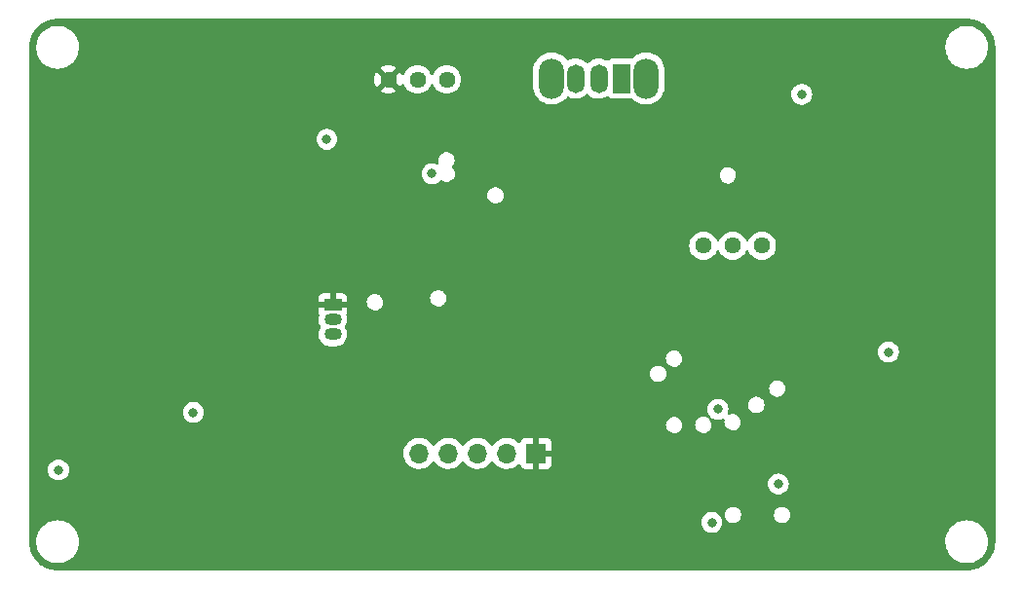
<source format=gbr>
%TF.GenerationSoftware,KiCad,Pcbnew,(6.0.9)*%
%TF.CreationDate,2022-11-20T11:02:21-05:00*%
%TF.ProjectId,RadarProject,52616461-7250-4726-9f6a-6563742e6b69,rev?*%
%TF.SameCoordinates,Original*%
%TF.FileFunction,Copper,L2,Inr*%
%TF.FilePolarity,Positive*%
%FSLAX46Y46*%
G04 Gerber Fmt 4.6, Leading zero omitted, Abs format (unit mm)*
G04 Created by KiCad (PCBNEW (6.0.9)) date 2022-11-20 11:02:21*
%MOMM*%
%LPD*%
G01*
G04 APERTURE LIST*
%TA.AperFunction,ComponentPad*%
%ADD10C,1.440000*%
%TD*%
%TA.AperFunction,ComponentPad*%
%ADD11R,1.500000X1.050000*%
%TD*%
%TA.AperFunction,ComponentPad*%
%ADD12O,1.500000X1.050000*%
%TD*%
%TA.AperFunction,ComponentPad*%
%ADD13R,1.700000X1.700000*%
%TD*%
%TA.AperFunction,ComponentPad*%
%ADD14O,1.700000X1.700000*%
%TD*%
%TA.AperFunction,ComponentPad*%
%ADD15O,2.200000X3.500000*%
%TD*%
%TA.AperFunction,ComponentPad*%
%ADD16R,1.500000X2.500000*%
%TD*%
%TA.AperFunction,ComponentPad*%
%ADD17O,1.500000X2.500000*%
%TD*%
%TA.AperFunction,ViaPad*%
%ADD18C,0.800000*%
%TD*%
G04 APERTURE END LIST*
D10*
%TO.N,+5V*%
%TO.C,RV1*%
X56810000Y-25797500D03*
%TO.N,Net-(R8-Pad1)*%
X54270000Y-25797500D03*
%TO.N,Earth*%
X51730000Y-25797500D03*
%TD*%
D11*
%TO.N,Earth*%
%TO.C,Q1*%
X46902500Y-45420000D03*
D12*
%TO.N,Net-(Q1-Pad2)*%
X46902500Y-46690000D03*
%TO.N,Net-(Q1-Pad3)*%
X46902500Y-47960000D03*
%TD*%
D13*
%TO.N,Earth*%
%TO.C,J3*%
X64570000Y-58320000D03*
D14*
%TO.N,unconnected-(J3-Pad2)*%
X62030000Y-58320000D03*
%TO.N,Net-(J3-Pad3)*%
X59490000Y-58320000D03*
%TO.N,+5V*%
X56950000Y-58320000D03*
%TO.N,Net-(J3-Pad5)*%
X54410000Y-58320000D03*
%TD*%
D10*
%TO.N,Net-(R6-Pad2)*%
%TO.C,RV2*%
X79110000Y-40247500D03*
%TO.N,Net-(R12-Pad1)*%
X81650000Y-40247500D03*
X84190000Y-40247500D03*
%TD*%
D15*
%TO.N,*%
%TO.C,SW1*%
X65930000Y-25710000D03*
X74130000Y-25710000D03*
D16*
%TO.N,Net-(SW1-Pad1)*%
X72030000Y-25710000D03*
D17*
%TO.N,Net-(J3-Pad5)*%
X70030000Y-25710000D03*
%TO.N,Net-(R31-Pad1)*%
X68030000Y-25710000D03*
%TD*%
D18*
%TO.N,Earth*%
X61970000Y-28420000D03*
X28460000Y-52970000D03*
X33270000Y-59170000D03*
X92357500Y-27830000D03*
X40860000Y-64920000D03*
X98190000Y-29680000D03*
X102000000Y-43680000D03*
X40470000Y-38380000D03*
X46020000Y-65380000D03*
X65720000Y-35870000D03*
X25360000Y-30620000D03*
X80380000Y-50670000D03*
X55550000Y-38680000D03*
X28210000Y-63620000D03*
X98580000Y-59320000D03*
X79777500Y-26730000D03*
%TO.N,+5V*%
X80380000Y-54480000D03*
X55530000Y-34000000D03*
X85620000Y-60970000D03*
X95190000Y-49500000D03*
X46390000Y-31000000D03*
X87657500Y-27090000D03*
X34790000Y-54760000D03*
X23070000Y-59760000D03*
X79840000Y-64330000D03*
%TD*%
%TA.AperFunction,Conductor*%
%TO.N,Earth*%
G36*
X101970018Y-20510000D02*
G01*
X101984851Y-20512310D01*
X101984855Y-20512310D01*
X101993724Y-20513691D01*
X102010923Y-20511442D01*
X102034863Y-20510609D01*
X102292710Y-20526206D01*
X102307814Y-20528040D01*
X102379786Y-20541229D01*
X102588760Y-20579525D01*
X102603526Y-20583164D01*
X102876231Y-20668142D01*
X102890445Y-20673534D01*
X103108223Y-20771547D01*
X103150906Y-20790757D01*
X103164379Y-20797828D01*
X103408813Y-20945595D01*
X103421334Y-20954238D01*
X103646171Y-21130385D01*
X103657560Y-21140475D01*
X103859525Y-21342440D01*
X103869615Y-21353829D01*
X104045762Y-21578666D01*
X104054405Y-21591187D01*
X104202172Y-21835621D01*
X104209242Y-21849092D01*
X104326466Y-22109555D01*
X104331858Y-22123769D01*
X104371168Y-22249921D01*
X104416836Y-22396473D01*
X104420475Y-22411240D01*
X104424223Y-22431688D01*
X104471960Y-22692186D01*
X104473794Y-22707290D01*
X104488953Y-22957904D01*
X104487692Y-22984716D01*
X104487690Y-22984852D01*
X104486309Y-22993724D01*
X104487473Y-23002626D01*
X104487473Y-23002628D01*
X104490436Y-23025283D01*
X104491500Y-23041621D01*
X104491500Y-65950633D01*
X104490000Y-65970018D01*
X104487690Y-65984851D01*
X104487690Y-65984855D01*
X104486309Y-65993724D01*
X104488558Y-66010919D01*
X104489391Y-66034863D01*
X104473794Y-66292710D01*
X104471960Y-66307814D01*
X104470605Y-66315209D01*
X104423410Y-66572750D01*
X104420477Y-66588754D01*
X104416836Y-66603526D01*
X104349847Y-66818503D01*
X104331859Y-66876227D01*
X104326466Y-66890445D01*
X104209243Y-67150906D01*
X104202172Y-67164379D01*
X104054405Y-67408813D01*
X104045762Y-67421334D01*
X103869615Y-67646171D01*
X103859525Y-67657560D01*
X103657560Y-67859525D01*
X103646171Y-67869615D01*
X103421334Y-68045762D01*
X103408813Y-68054405D01*
X103164379Y-68202172D01*
X103150908Y-68209242D01*
X102890445Y-68326466D01*
X102876231Y-68331858D01*
X102603527Y-68416836D01*
X102588760Y-68420475D01*
X102379786Y-68458771D01*
X102307814Y-68471960D01*
X102292710Y-68473794D01*
X102042096Y-68488953D01*
X102015284Y-68487692D01*
X102015148Y-68487690D01*
X102006276Y-68486309D01*
X101997374Y-68487473D01*
X101997372Y-68487473D01*
X101982707Y-68489391D01*
X101974714Y-68490436D01*
X101958379Y-68491500D01*
X23049367Y-68491500D01*
X23029982Y-68490000D01*
X23015149Y-68487690D01*
X23015145Y-68487690D01*
X23006276Y-68486309D01*
X22989077Y-68488558D01*
X22965137Y-68489391D01*
X22707290Y-68473794D01*
X22692186Y-68471960D01*
X22620214Y-68458771D01*
X22411240Y-68420475D01*
X22396473Y-68416836D01*
X22123769Y-68331858D01*
X22109555Y-68326466D01*
X21849092Y-68209242D01*
X21835621Y-68202172D01*
X21591187Y-68054405D01*
X21578666Y-68045762D01*
X21353829Y-67869615D01*
X21342440Y-67859525D01*
X21140475Y-67657560D01*
X21130385Y-67646171D01*
X20954238Y-67421334D01*
X20945595Y-67408813D01*
X20797828Y-67164379D01*
X20790757Y-67150906D01*
X20673534Y-66890445D01*
X20668141Y-66876227D01*
X20650154Y-66818503D01*
X20583164Y-66603526D01*
X20579523Y-66588754D01*
X20576591Y-66572750D01*
X20529395Y-66315209D01*
X20528040Y-66307814D01*
X20526206Y-66292710D01*
X20511269Y-66045768D01*
X20511454Y-66042277D01*
X21137009Y-66042277D01*
X21162625Y-66310769D01*
X21163710Y-66315203D01*
X21163711Y-66315209D01*
X21225645Y-66568312D01*
X21226731Y-66572750D01*
X21327985Y-66822733D01*
X21464265Y-67055482D01*
X21467118Y-67059049D01*
X21584686Y-67206060D01*
X21632716Y-67266119D01*
X21829809Y-67450234D01*
X22051416Y-67603968D01*
X22055499Y-67605999D01*
X22055502Y-67606001D01*
X22136248Y-67646171D01*
X22292894Y-67724101D01*
X22297228Y-67725522D01*
X22297231Y-67725523D01*
X22544853Y-67806698D01*
X22544859Y-67806699D01*
X22549186Y-67808118D01*
X22553677Y-67808898D01*
X22553678Y-67808898D01*
X22811140Y-67853601D01*
X22811148Y-67853602D01*
X22814921Y-67854257D01*
X22818758Y-67854448D01*
X22898578Y-67858422D01*
X22898586Y-67858422D01*
X22900149Y-67858500D01*
X23068512Y-67858500D01*
X23070780Y-67858335D01*
X23070792Y-67858335D01*
X23201884Y-67848823D01*
X23269004Y-67843953D01*
X23273459Y-67842969D01*
X23273462Y-67842969D01*
X23527912Y-67786791D01*
X23527916Y-67786790D01*
X23532372Y-67785806D01*
X23658480Y-67738028D01*
X23780318Y-67691868D01*
X23780321Y-67691867D01*
X23784588Y-67690250D01*
X24020368Y-67559286D01*
X24234773Y-67395657D01*
X24423312Y-67202792D01*
X24582034Y-66984730D01*
X24665190Y-66826676D01*
X24705490Y-66750079D01*
X24705493Y-66750073D01*
X24707615Y-66746039D01*
X24729065Y-66685300D01*
X24795902Y-66496033D01*
X24795902Y-66496032D01*
X24797425Y-66491720D01*
X24833090Y-66310769D01*
X24848700Y-66231572D01*
X24848701Y-66231566D01*
X24849581Y-66227100D01*
X24858782Y-66042277D01*
X100137009Y-66042277D01*
X100162625Y-66310769D01*
X100163710Y-66315203D01*
X100163711Y-66315209D01*
X100225645Y-66568312D01*
X100226731Y-66572750D01*
X100327985Y-66822733D01*
X100464265Y-67055482D01*
X100467118Y-67059049D01*
X100584686Y-67206060D01*
X100632716Y-67266119D01*
X100829809Y-67450234D01*
X101051416Y-67603968D01*
X101055499Y-67605999D01*
X101055502Y-67606001D01*
X101136248Y-67646171D01*
X101292894Y-67724101D01*
X101297228Y-67725522D01*
X101297231Y-67725523D01*
X101544853Y-67806698D01*
X101544859Y-67806699D01*
X101549186Y-67808118D01*
X101553677Y-67808898D01*
X101553678Y-67808898D01*
X101811140Y-67853601D01*
X101811148Y-67853602D01*
X101814921Y-67854257D01*
X101818758Y-67854448D01*
X101898578Y-67858422D01*
X101898586Y-67858422D01*
X101900149Y-67858500D01*
X102068512Y-67858500D01*
X102070780Y-67858335D01*
X102070792Y-67858335D01*
X102201884Y-67848823D01*
X102269004Y-67843953D01*
X102273459Y-67842969D01*
X102273462Y-67842969D01*
X102527912Y-67786791D01*
X102527916Y-67786790D01*
X102532372Y-67785806D01*
X102658480Y-67738028D01*
X102780318Y-67691868D01*
X102780321Y-67691867D01*
X102784588Y-67690250D01*
X103020368Y-67559286D01*
X103234773Y-67395657D01*
X103423312Y-67202792D01*
X103582034Y-66984730D01*
X103665190Y-66826676D01*
X103705490Y-66750079D01*
X103705493Y-66750073D01*
X103707615Y-66746039D01*
X103729065Y-66685300D01*
X103795902Y-66496033D01*
X103795902Y-66496032D01*
X103797425Y-66491720D01*
X103833090Y-66310769D01*
X103848700Y-66231572D01*
X103848701Y-66231566D01*
X103849581Y-66227100D01*
X103858782Y-66042277D01*
X103862764Y-65962292D01*
X103862764Y-65962286D01*
X103862991Y-65957723D01*
X103837375Y-65689231D01*
X103792042Y-65503967D01*
X103774355Y-65431688D01*
X103773269Y-65427250D01*
X103672015Y-65177267D01*
X103535735Y-64944518D01*
X103417928Y-64797208D01*
X103370136Y-64737447D01*
X103370135Y-64737445D01*
X103367284Y-64733881D01*
X103170191Y-64549766D01*
X102948584Y-64396032D01*
X102944501Y-64394001D01*
X102944498Y-64393999D01*
X102810752Y-64327462D01*
X102707106Y-64275899D01*
X102702772Y-64274478D01*
X102702769Y-64274477D01*
X102455147Y-64193302D01*
X102455141Y-64193301D01*
X102450814Y-64191882D01*
X102446322Y-64191102D01*
X102188860Y-64146399D01*
X102188852Y-64146398D01*
X102185079Y-64145743D01*
X102173817Y-64145182D01*
X102101422Y-64141578D01*
X102101414Y-64141578D01*
X102099851Y-64141500D01*
X101931488Y-64141500D01*
X101929220Y-64141665D01*
X101929208Y-64141665D01*
X101806220Y-64150589D01*
X101730996Y-64156047D01*
X101726541Y-64157031D01*
X101726538Y-64157031D01*
X101472088Y-64213209D01*
X101472084Y-64213210D01*
X101467628Y-64214194D01*
X101348678Y-64259260D01*
X101219682Y-64308132D01*
X101219679Y-64308133D01*
X101215412Y-64309750D01*
X100979632Y-64440714D01*
X100765227Y-64604343D01*
X100576688Y-64797208D01*
X100417966Y-65015270D01*
X100415844Y-65019304D01*
X100294510Y-65249921D01*
X100294507Y-65249927D01*
X100292385Y-65253961D01*
X100290865Y-65258266D01*
X100290863Y-65258270D01*
X100204098Y-65503967D01*
X100202575Y-65508280D01*
X100150419Y-65772900D01*
X100150192Y-65777453D01*
X100150192Y-65777456D01*
X100137878Y-66024823D01*
X100137009Y-66042277D01*
X24858782Y-66042277D01*
X24862764Y-65962292D01*
X24862764Y-65962286D01*
X24862991Y-65957723D01*
X24837375Y-65689231D01*
X24792042Y-65503967D01*
X24774355Y-65431688D01*
X24773269Y-65427250D01*
X24672015Y-65177267D01*
X24535735Y-64944518D01*
X24417928Y-64797208D01*
X24370136Y-64737447D01*
X24370135Y-64737445D01*
X24367284Y-64733881D01*
X24170191Y-64549766D01*
X23948584Y-64396032D01*
X23944501Y-64394001D01*
X23944498Y-64393999D01*
X23815854Y-64330000D01*
X78926496Y-64330000D01*
X78927186Y-64336565D01*
X78932340Y-64385598D01*
X78946458Y-64519928D01*
X79005473Y-64701556D01*
X79100960Y-64866944D01*
X79228747Y-65008866D01*
X79383248Y-65121118D01*
X79389276Y-65123802D01*
X79389278Y-65123803D01*
X79500505Y-65173324D01*
X79557712Y-65198794D01*
X79651113Y-65218647D01*
X79738056Y-65237128D01*
X79738061Y-65237128D01*
X79744513Y-65238500D01*
X79935487Y-65238500D01*
X79941939Y-65237128D01*
X79941944Y-65237128D01*
X80028887Y-65218647D01*
X80122288Y-65198794D01*
X80179495Y-65173324D01*
X80290722Y-65123803D01*
X80290724Y-65123802D01*
X80296752Y-65121118D01*
X80451253Y-65008866D01*
X80579040Y-64866944D01*
X80674527Y-64701556D01*
X80733542Y-64519928D01*
X80747661Y-64385598D01*
X80752814Y-64336565D01*
X80753504Y-64330000D01*
X80747404Y-64271959D01*
X80734232Y-64146635D01*
X80734232Y-64146633D01*
X80733542Y-64140072D01*
X80674527Y-63958444D01*
X80579040Y-63793056D01*
X80478715Y-63681633D01*
X80459260Y-63660026D01*
X80966335Y-63660026D01*
X80985153Y-63830475D01*
X80987762Y-63837606D01*
X80987763Y-63837608D01*
X80994019Y-63854702D01*
X81044085Y-63991515D01*
X81048322Y-63997821D01*
X81048324Y-63997824D01*
X81092621Y-64063744D01*
X81139730Y-64133849D01*
X81266565Y-64249260D01*
X81417268Y-64331085D01*
X81583139Y-64374601D01*
X81670586Y-64375974D01*
X81747003Y-64377175D01*
X81747006Y-64377175D01*
X81754602Y-64377294D01*
X81762006Y-64375598D01*
X81762008Y-64375598D01*
X81824846Y-64361206D01*
X81921759Y-64339010D01*
X82074958Y-64261959D01*
X82080729Y-64257030D01*
X82080732Y-64257028D01*
X82197812Y-64157031D01*
X82205355Y-64150589D01*
X82305424Y-64011330D01*
X82369385Y-63852220D01*
X82373554Y-63822925D01*
X82392966Y-63686531D01*
X82392966Y-63686527D01*
X82393547Y-63682447D01*
X82393677Y-63670026D01*
X85236335Y-63670026D01*
X85255153Y-63840475D01*
X85257762Y-63847606D01*
X85257763Y-63847608D01*
X85265688Y-63869264D01*
X85314085Y-64001515D01*
X85409730Y-64143849D01*
X85536565Y-64259260D01*
X85687268Y-64341085D01*
X85853139Y-64384601D01*
X85940586Y-64385974D01*
X86017003Y-64387175D01*
X86017006Y-64387175D01*
X86024602Y-64387294D01*
X86032006Y-64385598D01*
X86032008Y-64385598D01*
X86094846Y-64371206D01*
X86191759Y-64349010D01*
X86344958Y-64271959D01*
X86350729Y-64267030D01*
X86350732Y-64267028D01*
X86469578Y-64165523D01*
X86475355Y-64160589D01*
X86575424Y-64021330D01*
X86639385Y-63862220D01*
X86643903Y-63830475D01*
X86662966Y-63696531D01*
X86662966Y-63696527D01*
X86663547Y-63692447D01*
X86663704Y-63677500D01*
X86643102Y-63507258D01*
X86639324Y-63497258D01*
X86585171Y-63353947D01*
X86582487Y-63346844D01*
X86485357Y-63205519D01*
X86479686Y-63200466D01*
X86362993Y-63096496D01*
X86362990Y-63096494D01*
X86357321Y-63091443D01*
X86349325Y-63087209D01*
X86212481Y-63014754D01*
X86212482Y-63014754D01*
X86205769Y-63011200D01*
X86188196Y-63006786D01*
X86046822Y-62971275D01*
X86046818Y-62971275D01*
X86039451Y-62969424D01*
X86031852Y-62969384D01*
X86031850Y-62969384D01*
X85960394Y-62969010D01*
X85867969Y-62968526D01*
X85860589Y-62970298D01*
X85860587Y-62970298D01*
X85708602Y-63006786D01*
X85708598Y-63006787D01*
X85701223Y-63008558D01*
X85548839Y-63087209D01*
X85419615Y-63199939D01*
X85321010Y-63340239D01*
X85289864Y-63420124D01*
X85262617Y-63490009D01*
X85258718Y-63500009D01*
X85257726Y-63507542D01*
X85257726Y-63507543D01*
X85237652Y-63660026D01*
X85236335Y-63670026D01*
X82393677Y-63670026D01*
X82393704Y-63667500D01*
X82378139Y-63538882D01*
X82374015Y-63504799D01*
X82374014Y-63504796D01*
X82373102Y-63497258D01*
X82312487Y-63336844D01*
X82215357Y-63195519D01*
X82209686Y-63190466D01*
X82092993Y-63086496D01*
X82092990Y-63086494D01*
X82087321Y-63081443D01*
X82079325Y-63077209D01*
X81956240Y-63012039D01*
X81935769Y-63001200D01*
X81918196Y-62996786D01*
X81776822Y-62961275D01*
X81776818Y-62961275D01*
X81769451Y-62959424D01*
X81761852Y-62959384D01*
X81761850Y-62959384D01*
X81690394Y-62959010D01*
X81597969Y-62958526D01*
X81590589Y-62960298D01*
X81590587Y-62960298D01*
X81438602Y-62996786D01*
X81438598Y-62996787D01*
X81431223Y-62998558D01*
X81278839Y-63077209D01*
X81149615Y-63189939D01*
X81051010Y-63330239D01*
X80988718Y-63490009D01*
X80987726Y-63497542D01*
X80987726Y-63497543D01*
X80967506Y-63651134D01*
X80966335Y-63660026D01*
X80459260Y-63660026D01*
X80455675Y-63656045D01*
X80455674Y-63656044D01*
X80451253Y-63651134D01*
X80296752Y-63538882D01*
X80290724Y-63536198D01*
X80290722Y-63536197D01*
X80128319Y-63463891D01*
X80128318Y-63463891D01*
X80122288Y-63461206D01*
X80028887Y-63441353D01*
X79941944Y-63422872D01*
X79941939Y-63422872D01*
X79935487Y-63421500D01*
X79744513Y-63421500D01*
X79738061Y-63422872D01*
X79738056Y-63422872D01*
X79651113Y-63441353D01*
X79557712Y-63461206D01*
X79551682Y-63463891D01*
X79551681Y-63463891D01*
X79389278Y-63536197D01*
X79389276Y-63536198D01*
X79383248Y-63538882D01*
X79228747Y-63651134D01*
X79224326Y-63656044D01*
X79224325Y-63656045D01*
X79201286Y-63681633D01*
X79100960Y-63793056D01*
X79005473Y-63958444D01*
X78946458Y-64140072D01*
X78945768Y-64146633D01*
X78945768Y-64146635D01*
X78932596Y-64271959D01*
X78926496Y-64330000D01*
X23815854Y-64330000D01*
X23810752Y-64327462D01*
X23707106Y-64275899D01*
X23702772Y-64274478D01*
X23702769Y-64274477D01*
X23455147Y-64193302D01*
X23455141Y-64193301D01*
X23450814Y-64191882D01*
X23446322Y-64191102D01*
X23188860Y-64146399D01*
X23188852Y-64146398D01*
X23185079Y-64145743D01*
X23173817Y-64145182D01*
X23101422Y-64141578D01*
X23101414Y-64141578D01*
X23099851Y-64141500D01*
X22931488Y-64141500D01*
X22929220Y-64141665D01*
X22929208Y-64141665D01*
X22806220Y-64150589D01*
X22730996Y-64156047D01*
X22726541Y-64157031D01*
X22726538Y-64157031D01*
X22472088Y-64213209D01*
X22472084Y-64213210D01*
X22467628Y-64214194D01*
X22348678Y-64259260D01*
X22219682Y-64308132D01*
X22219679Y-64308133D01*
X22215412Y-64309750D01*
X21979632Y-64440714D01*
X21765227Y-64604343D01*
X21576688Y-64797208D01*
X21417966Y-65015270D01*
X21415844Y-65019304D01*
X21294510Y-65249921D01*
X21294507Y-65249927D01*
X21292385Y-65253961D01*
X21290865Y-65258266D01*
X21290863Y-65258270D01*
X21204098Y-65503967D01*
X21202575Y-65508280D01*
X21150419Y-65772900D01*
X21150192Y-65777453D01*
X21150192Y-65777456D01*
X21137878Y-66024823D01*
X21137009Y-66042277D01*
X20511454Y-66042277D01*
X20512520Y-66022216D01*
X20512334Y-66022199D01*
X20512769Y-66017350D01*
X20513576Y-66012552D01*
X20513729Y-66000000D01*
X20509773Y-65972376D01*
X20508500Y-65954514D01*
X20508500Y-60970000D01*
X84706496Y-60970000D01*
X84726458Y-61159928D01*
X84785473Y-61341556D01*
X84880960Y-61506944D01*
X85008747Y-61648866D01*
X85163248Y-61761118D01*
X85169276Y-61763802D01*
X85169278Y-61763803D01*
X85331681Y-61836109D01*
X85337712Y-61838794D01*
X85431112Y-61858647D01*
X85518056Y-61877128D01*
X85518061Y-61877128D01*
X85524513Y-61878500D01*
X85715487Y-61878500D01*
X85721939Y-61877128D01*
X85721944Y-61877128D01*
X85808888Y-61858647D01*
X85902288Y-61838794D01*
X85908319Y-61836109D01*
X86070722Y-61763803D01*
X86070724Y-61763802D01*
X86076752Y-61761118D01*
X86231253Y-61648866D01*
X86359040Y-61506944D01*
X86454527Y-61341556D01*
X86513542Y-61159928D01*
X86533504Y-60970000D01*
X86513542Y-60780072D01*
X86454527Y-60598444D01*
X86428754Y-60553803D01*
X86362341Y-60438774D01*
X86359040Y-60433056D01*
X86231253Y-60291134D01*
X86076752Y-60178882D01*
X86070724Y-60176198D01*
X86070722Y-60176197D01*
X85908319Y-60103891D01*
X85908318Y-60103891D01*
X85902288Y-60101206D01*
X85808887Y-60081353D01*
X85721944Y-60062872D01*
X85721939Y-60062872D01*
X85715487Y-60061500D01*
X85524513Y-60061500D01*
X85518061Y-60062872D01*
X85518056Y-60062872D01*
X85431113Y-60081353D01*
X85337712Y-60101206D01*
X85331682Y-60103891D01*
X85331681Y-60103891D01*
X85169278Y-60176197D01*
X85169276Y-60176198D01*
X85163248Y-60178882D01*
X85008747Y-60291134D01*
X84880960Y-60433056D01*
X84877659Y-60438774D01*
X84811247Y-60553803D01*
X84785473Y-60598444D01*
X84726458Y-60780072D01*
X84706496Y-60970000D01*
X20508500Y-60970000D01*
X20508500Y-59760000D01*
X22156496Y-59760000D01*
X22176458Y-59949928D01*
X22235473Y-60131556D01*
X22238776Y-60137278D01*
X22238777Y-60137279D01*
X22262797Y-60178882D01*
X22330960Y-60296944D01*
X22458747Y-60438866D01*
X22613248Y-60551118D01*
X22619276Y-60553802D01*
X22619278Y-60553803D01*
X22781681Y-60626109D01*
X22787712Y-60628794D01*
X22881113Y-60648647D01*
X22968056Y-60667128D01*
X22968061Y-60667128D01*
X22974513Y-60668500D01*
X23165487Y-60668500D01*
X23171939Y-60667128D01*
X23171944Y-60667128D01*
X23258887Y-60648647D01*
X23352288Y-60628794D01*
X23358319Y-60626109D01*
X23520722Y-60553803D01*
X23520724Y-60553802D01*
X23526752Y-60551118D01*
X23681253Y-60438866D01*
X23809040Y-60296944D01*
X23877203Y-60178882D01*
X23901223Y-60137279D01*
X23901224Y-60137278D01*
X23904527Y-60131556D01*
X23963542Y-59949928D01*
X23983504Y-59760000D01*
X23974886Y-59678000D01*
X23964232Y-59576635D01*
X23964232Y-59576633D01*
X23963542Y-59570072D01*
X23904527Y-59388444D01*
X23809040Y-59223056D01*
X23794707Y-59207137D01*
X23685675Y-59086045D01*
X23685674Y-59086044D01*
X23681253Y-59081134D01*
X23582157Y-59009136D01*
X23532094Y-58972763D01*
X23532093Y-58972762D01*
X23526752Y-58968882D01*
X23520724Y-58966198D01*
X23520722Y-58966197D01*
X23358319Y-58893891D01*
X23358318Y-58893891D01*
X23352288Y-58891206D01*
X23258888Y-58871353D01*
X23171944Y-58852872D01*
X23171939Y-58852872D01*
X23165487Y-58851500D01*
X22974513Y-58851500D01*
X22968061Y-58852872D01*
X22968056Y-58852872D01*
X22881112Y-58871353D01*
X22787712Y-58891206D01*
X22781682Y-58893891D01*
X22781681Y-58893891D01*
X22619278Y-58966197D01*
X22619276Y-58966198D01*
X22613248Y-58968882D01*
X22607907Y-58972762D01*
X22607906Y-58972763D01*
X22557843Y-59009136D01*
X22458747Y-59081134D01*
X22454326Y-59086044D01*
X22454325Y-59086045D01*
X22345294Y-59207137D01*
X22330960Y-59223056D01*
X22235473Y-59388444D01*
X22176458Y-59570072D01*
X22175768Y-59576633D01*
X22175768Y-59576635D01*
X22165114Y-59678000D01*
X22156496Y-59760000D01*
X20508500Y-59760000D01*
X20508500Y-58286695D01*
X53047251Y-58286695D01*
X53060110Y-58509715D01*
X53061247Y-58514761D01*
X53061248Y-58514767D01*
X53075606Y-58578475D01*
X53109222Y-58727639D01*
X53193266Y-58934616D01*
X53244942Y-59018944D01*
X53307291Y-59120688D01*
X53309987Y-59125088D01*
X53456250Y-59293938D01*
X53628126Y-59436632D01*
X53821000Y-59549338D01*
X54029692Y-59629030D01*
X54034760Y-59630061D01*
X54034763Y-59630062D01*
X54142017Y-59651883D01*
X54248597Y-59673567D01*
X54253772Y-59673757D01*
X54253774Y-59673757D01*
X54466673Y-59681564D01*
X54466677Y-59681564D01*
X54471837Y-59681753D01*
X54476957Y-59681097D01*
X54476959Y-59681097D01*
X54688288Y-59654025D01*
X54688289Y-59654025D01*
X54693416Y-59653368D01*
X54698366Y-59651883D01*
X54902429Y-59590661D01*
X54902434Y-59590659D01*
X54907384Y-59589174D01*
X55107994Y-59490896D01*
X55289860Y-59361173D01*
X55448096Y-59203489D01*
X55507594Y-59120689D01*
X55578453Y-59022077D01*
X55579776Y-59023028D01*
X55626645Y-58979857D01*
X55696580Y-58967625D01*
X55762026Y-58995144D01*
X55789875Y-59026994D01*
X55849987Y-59125088D01*
X55996250Y-59293938D01*
X56168126Y-59436632D01*
X56361000Y-59549338D01*
X56569692Y-59629030D01*
X56574760Y-59630061D01*
X56574763Y-59630062D01*
X56682017Y-59651883D01*
X56788597Y-59673567D01*
X56793772Y-59673757D01*
X56793774Y-59673757D01*
X57006673Y-59681564D01*
X57006677Y-59681564D01*
X57011837Y-59681753D01*
X57016957Y-59681097D01*
X57016959Y-59681097D01*
X57228288Y-59654025D01*
X57228289Y-59654025D01*
X57233416Y-59653368D01*
X57238366Y-59651883D01*
X57442429Y-59590661D01*
X57442434Y-59590659D01*
X57447384Y-59589174D01*
X57647994Y-59490896D01*
X57829860Y-59361173D01*
X57988096Y-59203489D01*
X58047594Y-59120689D01*
X58118453Y-59022077D01*
X58119776Y-59023028D01*
X58166645Y-58979857D01*
X58236580Y-58967625D01*
X58302026Y-58995144D01*
X58329875Y-59026994D01*
X58389987Y-59125088D01*
X58536250Y-59293938D01*
X58708126Y-59436632D01*
X58901000Y-59549338D01*
X59109692Y-59629030D01*
X59114760Y-59630061D01*
X59114763Y-59630062D01*
X59222017Y-59651883D01*
X59328597Y-59673567D01*
X59333772Y-59673757D01*
X59333774Y-59673757D01*
X59546673Y-59681564D01*
X59546677Y-59681564D01*
X59551837Y-59681753D01*
X59556957Y-59681097D01*
X59556959Y-59681097D01*
X59768288Y-59654025D01*
X59768289Y-59654025D01*
X59773416Y-59653368D01*
X59778366Y-59651883D01*
X59982429Y-59590661D01*
X59982434Y-59590659D01*
X59987384Y-59589174D01*
X60187994Y-59490896D01*
X60369860Y-59361173D01*
X60528096Y-59203489D01*
X60587594Y-59120689D01*
X60658453Y-59022077D01*
X60659776Y-59023028D01*
X60706645Y-58979857D01*
X60776580Y-58967625D01*
X60842026Y-58995144D01*
X60869875Y-59026994D01*
X60929987Y-59125088D01*
X61076250Y-59293938D01*
X61248126Y-59436632D01*
X61441000Y-59549338D01*
X61649692Y-59629030D01*
X61654760Y-59630061D01*
X61654763Y-59630062D01*
X61762017Y-59651883D01*
X61868597Y-59673567D01*
X61873772Y-59673757D01*
X61873774Y-59673757D01*
X62086673Y-59681564D01*
X62086677Y-59681564D01*
X62091837Y-59681753D01*
X62096957Y-59681097D01*
X62096959Y-59681097D01*
X62308288Y-59654025D01*
X62308289Y-59654025D01*
X62313416Y-59653368D01*
X62318366Y-59651883D01*
X62522429Y-59590661D01*
X62522434Y-59590659D01*
X62527384Y-59589174D01*
X62727994Y-59490896D01*
X62909860Y-59361173D01*
X62977331Y-59293938D01*
X63018479Y-59252933D01*
X63080851Y-59219017D01*
X63151658Y-59224205D01*
X63208419Y-59266851D01*
X63225401Y-59297954D01*
X63266676Y-59408054D01*
X63275214Y-59423649D01*
X63351715Y-59525724D01*
X63364276Y-59538285D01*
X63466351Y-59614786D01*
X63481946Y-59623324D01*
X63602394Y-59668478D01*
X63617649Y-59672105D01*
X63668514Y-59677631D01*
X63675328Y-59678000D01*
X64297885Y-59678000D01*
X64313124Y-59673525D01*
X64314329Y-59672135D01*
X64316000Y-59664452D01*
X64316000Y-59659884D01*
X64824000Y-59659884D01*
X64828475Y-59675123D01*
X64829865Y-59676328D01*
X64837548Y-59677999D01*
X65464669Y-59677999D01*
X65471490Y-59677629D01*
X65522352Y-59672105D01*
X65537604Y-59668479D01*
X65658054Y-59623324D01*
X65673649Y-59614786D01*
X65775724Y-59538285D01*
X65788285Y-59525724D01*
X65864786Y-59423649D01*
X65873324Y-59408054D01*
X65918478Y-59287606D01*
X65922105Y-59272351D01*
X65927631Y-59221486D01*
X65928000Y-59214672D01*
X65928000Y-58592115D01*
X65923525Y-58576876D01*
X65922135Y-58575671D01*
X65914452Y-58574000D01*
X64842115Y-58574000D01*
X64826876Y-58578475D01*
X64825671Y-58579865D01*
X64824000Y-58587548D01*
X64824000Y-59659884D01*
X64316000Y-59659884D01*
X64316000Y-58047885D01*
X64824000Y-58047885D01*
X64828475Y-58063124D01*
X64829865Y-58064329D01*
X64837548Y-58066000D01*
X65909884Y-58066000D01*
X65925123Y-58061525D01*
X65926328Y-58060135D01*
X65927999Y-58052452D01*
X65927999Y-57425331D01*
X65927629Y-57418510D01*
X65922105Y-57367648D01*
X65918479Y-57352396D01*
X65873324Y-57231946D01*
X65864786Y-57216351D01*
X65788285Y-57114276D01*
X65775724Y-57101715D01*
X65673649Y-57025214D01*
X65658054Y-57016676D01*
X65537606Y-56971522D01*
X65522351Y-56967895D01*
X65471486Y-56962369D01*
X65464672Y-56962000D01*
X64842115Y-56962000D01*
X64826876Y-56966475D01*
X64825671Y-56967865D01*
X64824000Y-56975548D01*
X64824000Y-58047885D01*
X64316000Y-58047885D01*
X64316000Y-56980116D01*
X64311525Y-56964877D01*
X64310135Y-56963672D01*
X64302452Y-56962001D01*
X63675331Y-56962001D01*
X63668510Y-56962371D01*
X63617648Y-56967895D01*
X63602396Y-56971521D01*
X63481946Y-57016676D01*
X63466351Y-57025214D01*
X63364276Y-57101715D01*
X63351715Y-57114276D01*
X63275214Y-57216351D01*
X63266676Y-57231946D01*
X63225297Y-57342322D01*
X63182655Y-57399087D01*
X63116093Y-57423786D01*
X63046744Y-57408578D01*
X63014121Y-57382891D01*
X62963151Y-57326876D01*
X62963145Y-57326870D01*
X62959670Y-57323051D01*
X62955619Y-57319852D01*
X62955615Y-57319848D01*
X62788414Y-57187800D01*
X62788410Y-57187798D01*
X62784359Y-57184598D01*
X62588789Y-57076638D01*
X62583920Y-57074914D01*
X62583916Y-57074912D01*
X62383087Y-57003795D01*
X62383083Y-57003794D01*
X62378212Y-57002069D01*
X62373119Y-57001162D01*
X62373116Y-57001161D01*
X62163373Y-56963800D01*
X62163367Y-56963799D01*
X62158284Y-56962894D01*
X62084452Y-56961992D01*
X61940081Y-56960228D01*
X61940079Y-56960228D01*
X61934911Y-56960165D01*
X61714091Y-56993955D01*
X61501756Y-57063357D01*
X61303607Y-57166507D01*
X61299474Y-57169610D01*
X61299471Y-57169612D01*
X61216450Y-57231946D01*
X61124965Y-57300635D01*
X60970629Y-57462138D01*
X60863201Y-57619621D01*
X60808293Y-57664621D01*
X60737768Y-57672792D01*
X60674021Y-57641538D01*
X60653324Y-57617054D01*
X60572822Y-57492617D01*
X60572820Y-57492614D01*
X60570014Y-57488277D01*
X60419670Y-57323051D01*
X60415619Y-57319852D01*
X60415615Y-57319848D01*
X60248414Y-57187800D01*
X60248410Y-57187798D01*
X60244359Y-57184598D01*
X60048789Y-57076638D01*
X60043920Y-57074914D01*
X60043916Y-57074912D01*
X59843087Y-57003795D01*
X59843083Y-57003794D01*
X59838212Y-57002069D01*
X59833119Y-57001162D01*
X59833116Y-57001161D01*
X59623373Y-56963800D01*
X59623367Y-56963799D01*
X59618284Y-56962894D01*
X59544452Y-56961992D01*
X59400081Y-56960228D01*
X59400079Y-56960228D01*
X59394911Y-56960165D01*
X59174091Y-56993955D01*
X58961756Y-57063357D01*
X58763607Y-57166507D01*
X58759474Y-57169610D01*
X58759471Y-57169612D01*
X58676450Y-57231946D01*
X58584965Y-57300635D01*
X58430629Y-57462138D01*
X58323201Y-57619621D01*
X58268293Y-57664621D01*
X58197768Y-57672792D01*
X58134021Y-57641538D01*
X58113324Y-57617054D01*
X58032822Y-57492617D01*
X58032820Y-57492614D01*
X58030014Y-57488277D01*
X57879670Y-57323051D01*
X57875619Y-57319852D01*
X57875615Y-57319848D01*
X57708414Y-57187800D01*
X57708410Y-57187798D01*
X57704359Y-57184598D01*
X57508789Y-57076638D01*
X57503920Y-57074914D01*
X57503916Y-57074912D01*
X57303087Y-57003795D01*
X57303083Y-57003794D01*
X57298212Y-57002069D01*
X57293119Y-57001162D01*
X57293116Y-57001161D01*
X57083373Y-56963800D01*
X57083367Y-56963799D01*
X57078284Y-56962894D01*
X57004452Y-56961992D01*
X56860081Y-56960228D01*
X56860079Y-56960228D01*
X56854911Y-56960165D01*
X56634091Y-56993955D01*
X56421756Y-57063357D01*
X56223607Y-57166507D01*
X56219474Y-57169610D01*
X56219471Y-57169612D01*
X56136450Y-57231946D01*
X56044965Y-57300635D01*
X55890629Y-57462138D01*
X55783201Y-57619621D01*
X55728293Y-57664621D01*
X55657768Y-57672792D01*
X55594021Y-57641538D01*
X55573324Y-57617054D01*
X55492822Y-57492617D01*
X55492820Y-57492614D01*
X55490014Y-57488277D01*
X55339670Y-57323051D01*
X55335619Y-57319852D01*
X55335615Y-57319848D01*
X55168414Y-57187800D01*
X55168410Y-57187798D01*
X55164359Y-57184598D01*
X54968789Y-57076638D01*
X54963920Y-57074914D01*
X54963916Y-57074912D01*
X54763087Y-57003795D01*
X54763083Y-57003794D01*
X54758212Y-57002069D01*
X54753119Y-57001162D01*
X54753116Y-57001161D01*
X54543373Y-56963800D01*
X54543367Y-56963799D01*
X54538284Y-56962894D01*
X54464452Y-56961992D01*
X54320081Y-56960228D01*
X54320079Y-56960228D01*
X54314911Y-56960165D01*
X54094091Y-56993955D01*
X53881756Y-57063357D01*
X53683607Y-57166507D01*
X53679474Y-57169610D01*
X53679471Y-57169612D01*
X53596450Y-57231946D01*
X53504965Y-57300635D01*
X53350629Y-57462138D01*
X53224743Y-57646680D01*
X53130688Y-57849305D01*
X53070989Y-58064570D01*
X53047251Y-58286695D01*
X20508500Y-58286695D01*
X20508500Y-55840026D01*
X75856335Y-55840026D01*
X75875153Y-56010475D01*
X75877762Y-56017606D01*
X75877763Y-56017608D01*
X75885688Y-56039264D01*
X75934085Y-56171515D01*
X75938322Y-56177821D01*
X75938324Y-56177824D01*
X75951545Y-56197498D01*
X76029730Y-56313849D01*
X76156565Y-56429260D01*
X76307268Y-56511085D01*
X76473139Y-56554601D01*
X76560586Y-56555974D01*
X76637003Y-56557175D01*
X76637006Y-56557175D01*
X76644602Y-56557294D01*
X76652006Y-56555598D01*
X76652008Y-56555598D01*
X76714846Y-56541206D01*
X76811759Y-56519010D01*
X76964958Y-56441959D01*
X76970729Y-56437030D01*
X76970732Y-56437028D01*
X77089578Y-56335523D01*
X77095355Y-56330589D01*
X77195424Y-56191330D01*
X77259385Y-56032220D01*
X77263903Y-56000475D01*
X77282966Y-55866531D01*
X77282966Y-55866527D01*
X77283547Y-55862447D01*
X77283704Y-55847500D01*
X77281589Y-55830026D01*
X78396335Y-55830026D01*
X78415153Y-56000475D01*
X78417762Y-56007606D01*
X78417763Y-56007608D01*
X78424019Y-56024702D01*
X78474085Y-56161515D01*
X78478322Y-56167821D01*
X78478324Y-56167824D01*
X78522621Y-56233744D01*
X78569730Y-56303849D01*
X78696565Y-56419260D01*
X78847268Y-56501085D01*
X79013139Y-56544601D01*
X79100586Y-56545974D01*
X79177003Y-56547175D01*
X79177006Y-56547175D01*
X79184602Y-56547294D01*
X79192006Y-56545598D01*
X79192008Y-56545598D01*
X79254846Y-56531206D01*
X79351759Y-56509010D01*
X79504958Y-56431959D01*
X79510729Y-56427030D01*
X79510732Y-56427028D01*
X79629578Y-56325523D01*
X79635355Y-56320589D01*
X79723806Y-56197498D01*
X79730992Y-56187498D01*
X79730993Y-56187497D01*
X79735424Y-56181330D01*
X79799385Y-56022220D01*
X79803554Y-55992925D01*
X79822966Y-55856531D01*
X79822966Y-55856527D01*
X79823547Y-55852447D01*
X79823704Y-55837500D01*
X79817014Y-55782220D01*
X79804015Y-55674799D01*
X79804014Y-55674796D01*
X79803102Y-55667258D01*
X79775192Y-55593394D01*
X79745171Y-55513947D01*
X79742487Y-55506844D01*
X79653943Y-55378011D01*
X79631843Y-55310543D01*
X79644595Y-55261555D01*
X79594744Y-55277230D01*
X79521289Y-55254978D01*
X79517321Y-55251443D01*
X79365769Y-55171200D01*
X79348196Y-55166786D01*
X79206822Y-55131275D01*
X79206818Y-55131275D01*
X79199451Y-55129424D01*
X79191852Y-55129384D01*
X79191850Y-55129384D01*
X79120394Y-55129010D01*
X79027969Y-55128526D01*
X79020589Y-55130298D01*
X79020587Y-55130298D01*
X78868602Y-55166786D01*
X78868598Y-55166787D01*
X78861223Y-55168558D01*
X78708839Y-55247209D01*
X78579615Y-55359939D01*
X78481010Y-55500239D01*
X78418718Y-55660009D01*
X78417726Y-55667542D01*
X78417726Y-55667543D01*
X78402629Y-55782220D01*
X78396335Y-55830026D01*
X77281589Y-55830026D01*
X77263102Y-55677258D01*
X77259324Y-55667258D01*
X77205171Y-55523947D01*
X77202487Y-55516844D01*
X77105357Y-55375519D01*
X77099686Y-55370466D01*
X76982993Y-55266496D01*
X76982990Y-55266494D01*
X76977321Y-55261443D01*
X76969325Y-55257209D01*
X76916723Y-55229358D01*
X76825769Y-55181200D01*
X76808196Y-55176786D01*
X76666822Y-55141275D01*
X76666818Y-55141275D01*
X76659451Y-55139424D01*
X76651852Y-55139384D01*
X76651850Y-55139384D01*
X76580394Y-55139010D01*
X76487969Y-55138526D01*
X76480589Y-55140298D01*
X76480587Y-55140298D01*
X76328602Y-55176786D01*
X76328598Y-55176787D01*
X76321223Y-55178558D01*
X76168839Y-55257209D01*
X76039615Y-55369939D01*
X75941010Y-55510239D01*
X75926585Y-55547237D01*
X75882617Y-55660009D01*
X75878718Y-55670009D01*
X75877726Y-55677542D01*
X75877726Y-55677543D01*
X75857652Y-55830026D01*
X75856335Y-55840026D01*
X20508500Y-55840026D01*
X20508500Y-54760000D01*
X33876496Y-54760000D01*
X33877186Y-54766565D01*
X33894718Y-54933369D01*
X33896458Y-54949928D01*
X33955473Y-55131556D01*
X33958776Y-55137278D01*
X33958777Y-55137279D01*
X33978846Y-55172039D01*
X34050960Y-55296944D01*
X34055378Y-55301851D01*
X34055379Y-55301852D01*
X34068431Y-55316348D01*
X34178747Y-55438866D01*
X34333248Y-55551118D01*
X34339276Y-55553802D01*
X34339278Y-55553803D01*
X34501681Y-55626109D01*
X34507712Y-55628794D01*
X34601112Y-55648647D01*
X34688056Y-55667128D01*
X34688061Y-55667128D01*
X34694513Y-55668500D01*
X34885487Y-55668500D01*
X34891939Y-55667128D01*
X34891944Y-55667128D01*
X34978888Y-55648647D01*
X35072288Y-55628794D01*
X35078319Y-55626109D01*
X35240722Y-55553803D01*
X35240724Y-55553802D01*
X35246752Y-55551118D01*
X35401253Y-55438866D01*
X35511569Y-55316348D01*
X35524621Y-55301852D01*
X35524622Y-55301851D01*
X35529040Y-55296944D01*
X35601154Y-55172039D01*
X35621223Y-55137279D01*
X35621224Y-55137278D01*
X35624527Y-55131556D01*
X35683542Y-54949928D01*
X35685283Y-54933369D01*
X35702814Y-54766565D01*
X35703504Y-54760000D01*
X35696353Y-54691959D01*
X35684232Y-54576635D01*
X35684232Y-54576633D01*
X35683542Y-54570072D01*
X35654276Y-54480000D01*
X79466496Y-54480000D01*
X79486458Y-54669928D01*
X79545473Y-54851556D01*
X79640960Y-55016944D01*
X79685982Y-55066946D01*
X79716697Y-55130949D01*
X79709047Y-55192454D01*
X79771848Y-55181432D01*
X79831844Y-55204709D01*
X79910971Y-55262198D01*
X79923248Y-55271118D01*
X79929276Y-55273802D01*
X79929278Y-55273803D01*
X80091679Y-55346108D01*
X80097712Y-55348794D01*
X80191113Y-55368647D01*
X80278056Y-55387128D01*
X80278061Y-55387128D01*
X80284513Y-55388500D01*
X80475487Y-55388500D01*
X80481939Y-55387128D01*
X80481944Y-55387128D01*
X80568888Y-55368647D01*
X80662288Y-55348794D01*
X80668315Y-55346111D01*
X80668323Y-55346108D01*
X80781598Y-55295675D01*
X80851965Y-55286241D01*
X80916262Y-55316348D01*
X80954075Y-55376437D01*
X80957768Y-55427226D01*
X80948974Y-55494023D01*
X80945970Y-55516844D01*
X80936335Y-55590026D01*
X80955153Y-55760475D01*
X80957762Y-55767606D01*
X80957763Y-55767608D01*
X80965688Y-55789264D01*
X81014085Y-55921515D01*
X81109730Y-56063849D01*
X81173147Y-56121554D01*
X81217064Y-56161515D01*
X81236565Y-56179260D01*
X81387268Y-56261085D01*
X81553139Y-56304601D01*
X81640586Y-56305974D01*
X81717003Y-56307175D01*
X81717006Y-56307175D01*
X81724602Y-56307294D01*
X81732006Y-56305598D01*
X81732008Y-56305598D01*
X81794846Y-56291206D01*
X81891759Y-56269010D01*
X82044958Y-56191959D01*
X82050729Y-56187030D01*
X82050732Y-56187028D01*
X82169578Y-56085523D01*
X82175355Y-56080589D01*
X82275424Y-55941330D01*
X82339385Y-55782220D01*
X82355706Y-55667543D01*
X82362966Y-55616531D01*
X82362966Y-55616527D01*
X82363547Y-55612447D01*
X82363704Y-55597500D01*
X82343102Y-55427258D01*
X82327939Y-55387128D01*
X82285171Y-55273947D01*
X82282487Y-55266844D01*
X82223785Y-55181432D01*
X82189659Y-55131778D01*
X82189658Y-55131776D01*
X82185357Y-55125519D01*
X82179686Y-55120466D01*
X82062993Y-55016496D01*
X82062990Y-55016494D01*
X82057321Y-55011443D01*
X82049325Y-55007209D01*
X81941140Y-54949928D01*
X81905769Y-54931200D01*
X81888196Y-54926786D01*
X81746822Y-54891275D01*
X81746818Y-54891275D01*
X81739451Y-54889424D01*
X81731852Y-54889384D01*
X81731850Y-54889384D01*
X81660394Y-54889010D01*
X81567969Y-54888526D01*
X81560589Y-54890298D01*
X81560587Y-54890298D01*
X81523150Y-54899286D01*
X81401223Y-54928558D01*
X81401152Y-54928595D01*
X81333528Y-54933369D01*
X81271247Y-54899286D01*
X81237280Y-54836942D01*
X81240592Y-54771337D01*
X81271502Y-54676206D01*
X81273542Y-54669928D01*
X81293504Y-54480000D01*
X81273542Y-54290072D01*
X81214527Y-54108444D01*
X81208253Y-54097576D01*
X81203894Y-54090026D01*
X82996335Y-54090026D01*
X83015153Y-54260475D01*
X83017762Y-54267606D01*
X83017763Y-54267608D01*
X83040802Y-54330564D01*
X83074085Y-54421515D01*
X83078322Y-54427821D01*
X83078324Y-54427824D01*
X83117797Y-54486565D01*
X83169730Y-54563849D01*
X83233148Y-54621555D01*
X83279097Y-54663365D01*
X83296565Y-54679260D01*
X83447268Y-54761085D01*
X83613139Y-54804601D01*
X83700586Y-54805974D01*
X83777003Y-54807175D01*
X83777006Y-54807175D01*
X83784602Y-54807294D01*
X83792006Y-54805598D01*
X83792008Y-54805598D01*
X83854846Y-54791206D01*
X83951759Y-54769010D01*
X84104958Y-54691959D01*
X84110729Y-54687030D01*
X84110732Y-54687028D01*
X84229578Y-54585523D01*
X84235355Y-54580589D01*
X84335424Y-54441330D01*
X84399385Y-54282220D01*
X84403554Y-54252925D01*
X84422966Y-54116531D01*
X84422966Y-54116527D01*
X84423547Y-54112447D01*
X84423704Y-54097500D01*
X84408139Y-53968882D01*
X84404015Y-53934799D01*
X84404014Y-53934796D01*
X84403102Y-53927258D01*
X84342487Y-53766844D01*
X84245357Y-53625519D01*
X84239686Y-53620466D01*
X84122993Y-53516496D01*
X84122990Y-53516494D01*
X84117321Y-53511443D01*
X84109325Y-53507209D01*
X83972481Y-53434754D01*
X83972482Y-53434754D01*
X83965769Y-53431200D01*
X83948196Y-53426786D01*
X83806822Y-53391275D01*
X83806818Y-53391275D01*
X83799451Y-53389424D01*
X83791852Y-53389384D01*
X83791850Y-53389384D01*
X83720394Y-53389010D01*
X83627969Y-53388526D01*
X83620589Y-53390298D01*
X83620587Y-53390298D01*
X83468602Y-53426786D01*
X83468598Y-53426787D01*
X83461223Y-53428558D01*
X83308839Y-53507209D01*
X83179615Y-53619939D01*
X83081010Y-53760239D01*
X83018718Y-53920009D01*
X83017726Y-53927542D01*
X83017726Y-53927543D01*
X82997506Y-54081134D01*
X82996335Y-54090026D01*
X81203894Y-54090026D01*
X81136191Y-53972763D01*
X81119040Y-53943056D01*
X81111606Y-53934799D01*
X80995675Y-53806045D01*
X80995674Y-53806044D01*
X80991253Y-53801134D01*
X80836752Y-53688882D01*
X80830724Y-53686198D01*
X80830722Y-53686197D01*
X80668319Y-53613891D01*
X80668318Y-53613891D01*
X80662288Y-53611206D01*
X80568887Y-53591353D01*
X80481944Y-53572872D01*
X80481939Y-53572872D01*
X80475487Y-53571500D01*
X80284513Y-53571500D01*
X80278061Y-53572872D01*
X80278056Y-53572872D01*
X80191113Y-53591353D01*
X80097712Y-53611206D01*
X80091682Y-53613891D01*
X80091681Y-53613891D01*
X79929278Y-53686197D01*
X79929276Y-53686198D01*
X79923248Y-53688882D01*
X79768747Y-53801134D01*
X79764326Y-53806044D01*
X79764325Y-53806045D01*
X79648395Y-53934799D01*
X79640960Y-53943056D01*
X79623809Y-53972763D01*
X79551748Y-54097576D01*
X79545473Y-54108444D01*
X79486458Y-54290072D01*
X79466496Y-54480000D01*
X35654276Y-54480000D01*
X35624527Y-54388444D01*
X35529040Y-54223056D01*
X35416058Y-54097576D01*
X35405675Y-54086045D01*
X35405674Y-54086044D01*
X35401253Y-54081134D01*
X35246752Y-53968882D01*
X35240724Y-53966198D01*
X35240722Y-53966197D01*
X35078319Y-53893891D01*
X35078318Y-53893891D01*
X35072288Y-53891206D01*
X34978887Y-53871353D01*
X34891944Y-53852872D01*
X34891939Y-53852872D01*
X34885487Y-53851500D01*
X34694513Y-53851500D01*
X34688061Y-53852872D01*
X34688056Y-53852872D01*
X34601112Y-53871353D01*
X34507712Y-53891206D01*
X34501682Y-53893891D01*
X34501681Y-53893891D01*
X34339278Y-53966197D01*
X34339276Y-53966198D01*
X34333248Y-53968882D01*
X34178747Y-54081134D01*
X34174326Y-54086044D01*
X34174325Y-54086045D01*
X34163943Y-54097576D01*
X34050960Y-54223056D01*
X33955473Y-54388444D01*
X33896458Y-54570072D01*
X33895768Y-54576633D01*
X33895768Y-54576635D01*
X33883647Y-54691959D01*
X33876496Y-54760000D01*
X20508500Y-54760000D01*
X20508500Y-52680026D01*
X84816335Y-52680026D01*
X84835153Y-52850475D01*
X84837762Y-52857606D01*
X84837763Y-52857608D01*
X84845688Y-52879264D01*
X84894085Y-53011515D01*
X84989730Y-53153849D01*
X85116565Y-53269260D01*
X85267268Y-53351085D01*
X85433139Y-53394601D01*
X85520586Y-53395974D01*
X85597003Y-53397175D01*
X85597006Y-53397175D01*
X85604602Y-53397294D01*
X85612006Y-53395598D01*
X85612008Y-53395598D01*
X85674846Y-53381206D01*
X85771759Y-53359010D01*
X85924958Y-53281959D01*
X85930729Y-53277030D01*
X85930732Y-53277028D01*
X86049578Y-53175523D01*
X86055355Y-53170589D01*
X86155424Y-53031330D01*
X86219385Y-52872220D01*
X86243547Y-52702447D01*
X86243704Y-52687500D01*
X86223102Y-52517258D01*
X86162487Y-52356844D01*
X86065357Y-52215519D01*
X86059686Y-52210466D01*
X85942993Y-52106496D01*
X85942990Y-52106494D01*
X85937321Y-52101443D01*
X85929325Y-52097209D01*
X85792481Y-52024754D01*
X85792482Y-52024754D01*
X85785769Y-52021200D01*
X85768196Y-52016786D01*
X85626822Y-51981275D01*
X85626818Y-51981275D01*
X85619451Y-51979424D01*
X85611852Y-51979384D01*
X85611850Y-51979384D01*
X85540394Y-51979010D01*
X85447969Y-51978526D01*
X85440589Y-51980298D01*
X85440587Y-51980298D01*
X85288602Y-52016786D01*
X85288598Y-52016787D01*
X85281223Y-52018558D01*
X85128839Y-52097209D01*
X84999615Y-52209939D01*
X84901010Y-52350239D01*
X84838718Y-52510009D01*
X84816335Y-52680026D01*
X20508500Y-52680026D01*
X20508500Y-51390026D01*
X74466335Y-51390026D01*
X74485153Y-51560475D01*
X74487762Y-51567606D01*
X74487763Y-51567608D01*
X74495688Y-51589264D01*
X74544085Y-51721515D01*
X74639730Y-51863849D01*
X74766565Y-51979260D01*
X74917268Y-52061085D01*
X75083139Y-52104601D01*
X75170586Y-52105974D01*
X75247003Y-52107175D01*
X75247006Y-52107175D01*
X75254602Y-52107294D01*
X75262006Y-52105598D01*
X75262008Y-52105598D01*
X75324846Y-52091206D01*
X75421759Y-52069010D01*
X75574958Y-51991959D01*
X75580729Y-51987030D01*
X75580732Y-51987028D01*
X75699578Y-51885523D01*
X75705355Y-51880589D01*
X75805424Y-51741330D01*
X75869385Y-51582220D01*
X75893547Y-51412447D01*
X75893704Y-51397500D01*
X75873102Y-51227258D01*
X75812487Y-51066844D01*
X75715357Y-50925519D01*
X75709686Y-50920466D01*
X75592993Y-50816496D01*
X75592990Y-50816494D01*
X75587321Y-50811443D01*
X75579325Y-50807209D01*
X75474128Y-50751510D01*
X75435769Y-50731200D01*
X75418196Y-50726786D01*
X75276822Y-50691275D01*
X75276818Y-50691275D01*
X75269451Y-50689424D01*
X75261852Y-50689384D01*
X75261850Y-50689384D01*
X75190394Y-50689010D01*
X75097969Y-50688526D01*
X75090589Y-50690298D01*
X75090587Y-50690298D01*
X74938602Y-50726786D01*
X74938598Y-50726787D01*
X74931223Y-50728558D01*
X74778839Y-50807209D01*
X74649615Y-50919939D01*
X74551010Y-51060239D01*
X74488718Y-51220009D01*
X74466335Y-51390026D01*
X20508500Y-51390026D01*
X20508500Y-50072526D01*
X75856335Y-50072526D01*
X75875153Y-50242975D01*
X75877762Y-50250106D01*
X75877763Y-50250108D01*
X75892771Y-50291118D01*
X75934085Y-50404015D01*
X76029730Y-50546349D01*
X76156565Y-50661760D01*
X76307268Y-50743585D01*
X76473139Y-50787101D01*
X76560586Y-50788474D01*
X76637003Y-50789675D01*
X76637006Y-50789675D01*
X76644602Y-50789794D01*
X76652006Y-50788098D01*
X76652008Y-50788098D01*
X76714846Y-50773706D01*
X76811759Y-50751510D01*
X76964958Y-50674459D01*
X76970729Y-50669530D01*
X76970732Y-50669528D01*
X77089578Y-50568023D01*
X77095355Y-50563089D01*
X77195424Y-50423830D01*
X77259385Y-50264720D01*
X77283547Y-50094947D01*
X77283704Y-50080000D01*
X77263102Y-49909758D01*
X77250830Y-49877279D01*
X77205171Y-49756447D01*
X77202487Y-49749344D01*
X77105357Y-49608019D01*
X77099686Y-49602966D01*
X76984120Y-49500000D01*
X94276496Y-49500000D01*
X94296458Y-49689928D01*
X94355473Y-49871556D01*
X94358776Y-49877278D01*
X94358777Y-49877279D01*
X94381883Y-49917299D01*
X94450960Y-50036944D01*
X94578747Y-50178866D01*
X94666985Y-50242975D01*
X94706610Y-50271764D01*
X94733248Y-50291118D01*
X94739276Y-50293802D01*
X94739278Y-50293803D01*
X94901681Y-50366109D01*
X94907712Y-50368794D01*
X95001112Y-50388647D01*
X95088056Y-50407128D01*
X95088061Y-50407128D01*
X95094513Y-50408500D01*
X95285487Y-50408500D01*
X95291939Y-50407128D01*
X95291944Y-50407128D01*
X95378888Y-50388647D01*
X95472288Y-50368794D01*
X95478319Y-50366109D01*
X95640722Y-50293803D01*
X95640724Y-50293802D01*
X95646752Y-50291118D01*
X95673391Y-50271764D01*
X95713015Y-50242975D01*
X95801253Y-50178866D01*
X95929040Y-50036944D01*
X95998117Y-49917299D01*
X96021223Y-49877279D01*
X96021224Y-49877278D01*
X96024527Y-49871556D01*
X96083542Y-49689928D01*
X96103504Y-49500000D01*
X96093970Y-49409286D01*
X96084232Y-49316635D01*
X96084232Y-49316633D01*
X96083542Y-49310072D01*
X96024527Y-49128444D01*
X95929040Y-48963056D01*
X95801253Y-48821134D01*
X95646752Y-48708882D01*
X95640724Y-48706198D01*
X95640722Y-48706197D01*
X95478319Y-48633891D01*
X95478318Y-48633891D01*
X95472288Y-48631206D01*
X95378887Y-48611353D01*
X95291944Y-48592872D01*
X95291939Y-48592872D01*
X95285487Y-48591500D01*
X95094513Y-48591500D01*
X95088061Y-48592872D01*
X95088056Y-48592872D01*
X95001112Y-48611353D01*
X94907712Y-48631206D01*
X94901682Y-48633891D01*
X94901681Y-48633891D01*
X94739278Y-48706197D01*
X94739276Y-48706198D01*
X94733248Y-48708882D01*
X94578747Y-48821134D01*
X94450960Y-48963056D01*
X94355473Y-49128444D01*
X94296458Y-49310072D01*
X94295768Y-49316633D01*
X94295768Y-49316635D01*
X94286030Y-49409286D01*
X94276496Y-49500000D01*
X76984120Y-49500000D01*
X76982993Y-49498996D01*
X76982990Y-49498994D01*
X76977321Y-49493943D01*
X76969325Y-49489709D01*
X76832481Y-49417254D01*
X76832482Y-49417254D01*
X76825769Y-49413700D01*
X76808196Y-49409286D01*
X76666822Y-49373775D01*
X76666818Y-49373775D01*
X76659451Y-49371924D01*
X76651852Y-49371884D01*
X76651850Y-49371884D01*
X76580394Y-49371510D01*
X76487969Y-49371026D01*
X76480589Y-49372798D01*
X76480587Y-49372798D01*
X76328602Y-49409286D01*
X76328598Y-49409287D01*
X76321223Y-49411058D01*
X76168839Y-49489709D01*
X76039615Y-49602439D01*
X75941010Y-49742739D01*
X75909864Y-49822624D01*
X75893237Y-49865271D01*
X75878718Y-49902509D01*
X75856335Y-50072526D01*
X20508500Y-50072526D01*
X20508500Y-47952750D01*
X45639024Y-47952750D01*
X45657394Y-48154596D01*
X45714619Y-48349029D01*
X45717472Y-48354486D01*
X45717473Y-48354489D01*
X45721627Y-48362435D01*
X45808519Y-48528645D01*
X45812379Y-48533445D01*
X45812379Y-48533446D01*
X45818229Y-48540722D01*
X45935519Y-48686601D01*
X46090781Y-48816881D01*
X46096173Y-48819845D01*
X46096177Y-48819848D01*
X46262994Y-48911556D01*
X46268391Y-48914523D01*
X46461584Y-48975807D01*
X46467701Y-48976493D01*
X46467705Y-48976494D01*
X46541848Y-48984810D01*
X46619317Y-48993500D01*
X47178504Y-48993500D01*
X47329213Y-48978723D01*
X47523242Y-48920142D01*
X47702198Y-48824990D01*
X47859263Y-48696890D01*
X47871746Y-48681801D01*
X47984527Y-48545472D01*
X47984529Y-48545469D01*
X47988456Y-48540722D01*
X48084856Y-48362435D01*
X48144790Y-48168820D01*
X48165976Y-47967250D01*
X48147606Y-47765404D01*
X48090381Y-47570971D01*
X48086451Y-47563452D01*
X47999335Y-47396815D01*
X47996481Y-47391355D01*
X47996516Y-47391337D01*
X47976611Y-47325559D01*
X47991771Y-47264591D01*
X48081926Y-47097853D01*
X48084856Y-47092435D01*
X48144790Y-46898820D01*
X48165976Y-46697250D01*
X48147606Y-46495404D01*
X48141688Y-46475294D01*
X48092120Y-46306881D01*
X48090381Y-46300971D01*
X48091059Y-46300771D01*
X48084544Y-46234727D01*
X48097820Y-46197677D01*
X48105821Y-46183063D01*
X48150978Y-46062606D01*
X48154605Y-46047351D01*
X48160131Y-45996486D01*
X48160500Y-45989672D01*
X48160500Y-45692115D01*
X48156025Y-45676876D01*
X48154635Y-45675671D01*
X48146952Y-45674000D01*
X47348742Y-45674000D01*
X47334697Y-45673215D01*
X47320299Y-45671600D01*
X47185683Y-45656500D01*
X46626496Y-45656500D01*
X46475787Y-45671277D01*
X46473498Y-45671968D01*
X46452776Y-45674000D01*
X45662616Y-45674000D01*
X45647377Y-45678475D01*
X45646172Y-45679865D01*
X45644501Y-45687548D01*
X45644501Y-45989669D01*
X45644871Y-45996490D01*
X45650395Y-46047352D01*
X45654021Y-46062604D01*
X45699177Y-46183056D01*
X45707614Y-46198466D01*
X45722784Y-46267823D01*
X45717460Y-46296235D01*
X45660210Y-46481180D01*
X45639024Y-46682750D01*
X45657394Y-46884596D01*
X45714619Y-47079029D01*
X45717472Y-47084486D01*
X45717473Y-47084489D01*
X45721627Y-47092435D01*
X45808423Y-47258460D01*
X45808423Y-47258462D01*
X45808519Y-47258645D01*
X45808484Y-47258663D01*
X45828389Y-47324441D01*
X45813229Y-47385409D01*
X45720144Y-47557565D01*
X45660210Y-47751180D01*
X45639024Y-47952750D01*
X20508500Y-47952750D01*
X20508500Y-45147885D01*
X45644500Y-45147885D01*
X45648975Y-45163124D01*
X45650365Y-45164329D01*
X45658048Y-45166000D01*
X46630385Y-45166000D01*
X46645624Y-45161525D01*
X46646829Y-45160135D01*
X46648500Y-45152452D01*
X46648500Y-45147885D01*
X47156500Y-45147885D01*
X47160975Y-45163124D01*
X47162365Y-45164329D01*
X47170048Y-45166000D01*
X48142384Y-45166000D01*
X48154214Y-45162526D01*
X49856335Y-45162526D01*
X49865744Y-45247751D01*
X49873234Y-45315589D01*
X49875153Y-45332975D01*
X49877762Y-45340106D01*
X49877763Y-45340108D01*
X49885688Y-45361764D01*
X49934085Y-45494015D01*
X49938322Y-45500321D01*
X49938324Y-45500324D01*
X49966447Y-45542175D01*
X50029730Y-45636349D01*
X50156565Y-45751760D01*
X50307268Y-45833585D01*
X50473139Y-45877101D01*
X50560586Y-45878474D01*
X50637003Y-45879675D01*
X50637006Y-45879675D01*
X50644602Y-45879794D01*
X50652006Y-45878098D01*
X50652008Y-45878098D01*
X50714846Y-45863706D01*
X50811759Y-45841510D01*
X50964958Y-45764459D01*
X50970729Y-45759530D01*
X50970732Y-45759528D01*
X51089578Y-45658023D01*
X51095355Y-45653089D01*
X51176820Y-45539720D01*
X51190992Y-45519998D01*
X51190993Y-45519997D01*
X51195424Y-45513830D01*
X51259385Y-45354720D01*
X51283547Y-45184947D01*
X51283704Y-45170000D01*
X51266068Y-45024264D01*
X51264015Y-45007299D01*
X51264014Y-45007296D01*
X51263102Y-44999758D01*
X51206638Y-44850328D01*
X51205171Y-44846447D01*
X51202487Y-44839344D01*
X51192647Y-44825026D01*
X55363835Y-44825026D01*
X55373244Y-44910251D01*
X55381544Y-44985429D01*
X55382653Y-44995475D01*
X55385262Y-45002606D01*
X55385263Y-45002608D01*
X55393188Y-45024264D01*
X55441585Y-45156515D01*
X55445822Y-45162821D01*
X55445824Y-45162824D01*
X55463435Y-45189031D01*
X55537230Y-45298849D01*
X55664065Y-45414260D01*
X55814768Y-45496085D01*
X55980639Y-45539601D01*
X56068086Y-45540974D01*
X56144503Y-45542175D01*
X56144506Y-45542175D01*
X56152102Y-45542294D01*
X56159506Y-45540598D01*
X56159508Y-45540598D01*
X56222346Y-45526206D01*
X56319259Y-45504010D01*
X56472458Y-45426959D01*
X56478229Y-45422030D01*
X56478232Y-45422028D01*
X56597078Y-45320523D01*
X56602855Y-45315589D01*
X56702924Y-45176330D01*
X56766885Y-45017220D01*
X56771054Y-44987925D01*
X56790466Y-44851531D01*
X56790466Y-44851527D01*
X56791047Y-44847447D01*
X56791204Y-44832500D01*
X56775687Y-44704278D01*
X56771515Y-44669799D01*
X56771514Y-44669796D01*
X56770602Y-44662258D01*
X56741010Y-44583943D01*
X56712671Y-44508947D01*
X56709987Y-44501844D01*
X56683823Y-44463775D01*
X56617159Y-44366778D01*
X56617158Y-44366776D01*
X56612857Y-44360519D01*
X56607186Y-44355466D01*
X56490493Y-44251496D01*
X56490490Y-44251494D01*
X56484821Y-44246443D01*
X56476825Y-44242209D01*
X56339981Y-44169754D01*
X56339982Y-44169754D01*
X56333269Y-44166200D01*
X56315696Y-44161786D01*
X56174322Y-44126275D01*
X56174318Y-44126275D01*
X56166951Y-44124424D01*
X56159352Y-44124384D01*
X56159350Y-44124384D01*
X56087894Y-44124010D01*
X55995469Y-44123526D01*
X55988089Y-44125298D01*
X55988087Y-44125298D01*
X55836102Y-44161786D01*
X55836098Y-44161787D01*
X55828723Y-44163558D01*
X55676339Y-44242209D01*
X55547115Y-44354939D01*
X55448510Y-44495239D01*
X55436238Y-44526715D01*
X55411956Y-44588996D01*
X55386218Y-44655009D01*
X55385226Y-44662542D01*
X55385226Y-44662543D01*
X55368098Y-44792648D01*
X55363835Y-44825026D01*
X51192647Y-44825026D01*
X51187471Y-44817495D01*
X51109659Y-44704278D01*
X51109658Y-44704276D01*
X51105357Y-44698019D01*
X51099686Y-44692966D01*
X50982993Y-44588996D01*
X50982990Y-44588994D01*
X50977321Y-44583943D01*
X50969325Y-44579709D01*
X50892960Y-44539276D01*
X50825769Y-44503700D01*
X50793466Y-44495586D01*
X50666822Y-44463775D01*
X50666818Y-44463775D01*
X50659451Y-44461924D01*
X50651852Y-44461884D01*
X50651850Y-44461884D01*
X50580394Y-44461510D01*
X50487969Y-44461026D01*
X50480589Y-44462798D01*
X50480587Y-44462798D01*
X50328602Y-44499286D01*
X50328598Y-44499287D01*
X50321223Y-44501058D01*
X50168839Y-44579709D01*
X50039615Y-44692439D01*
X49941010Y-44832739D01*
X49878718Y-44992509D01*
X49877726Y-45000042D01*
X49877726Y-45000043D01*
X49858066Y-45149379D01*
X49856335Y-45162526D01*
X48154214Y-45162526D01*
X48157623Y-45161525D01*
X48158828Y-45160135D01*
X48160499Y-45152452D01*
X48160499Y-44850331D01*
X48160129Y-44843510D01*
X48154605Y-44792648D01*
X48150979Y-44777396D01*
X48105824Y-44656946D01*
X48097286Y-44641351D01*
X48020785Y-44539276D01*
X48008224Y-44526715D01*
X47906149Y-44450214D01*
X47890554Y-44441676D01*
X47770106Y-44396522D01*
X47754851Y-44392895D01*
X47703986Y-44387369D01*
X47697172Y-44387000D01*
X47174615Y-44387000D01*
X47159376Y-44391475D01*
X47158171Y-44392865D01*
X47156500Y-44400548D01*
X47156500Y-45147885D01*
X46648500Y-45147885D01*
X46648500Y-44405116D01*
X46644025Y-44389877D01*
X46642635Y-44388672D01*
X46634952Y-44387001D01*
X46107831Y-44387001D01*
X46101010Y-44387371D01*
X46050148Y-44392895D01*
X46034896Y-44396521D01*
X45914446Y-44441676D01*
X45898851Y-44450214D01*
X45796776Y-44526715D01*
X45784215Y-44539276D01*
X45707714Y-44641351D01*
X45699176Y-44656946D01*
X45654022Y-44777394D01*
X45650395Y-44792649D01*
X45644869Y-44843514D01*
X45644500Y-44850328D01*
X45644500Y-45147885D01*
X20508500Y-45147885D01*
X20508500Y-40247500D01*
X77876807Y-40247500D01*
X77895542Y-40461642D01*
X77896966Y-40466955D01*
X77896966Y-40466957D01*
X77938924Y-40623543D01*
X77951178Y-40669277D01*
X78042024Y-40864096D01*
X78165319Y-41040181D01*
X78317319Y-41192181D01*
X78493403Y-41315476D01*
X78498381Y-41317797D01*
X78498384Y-41317799D01*
X78683241Y-41403999D01*
X78688223Y-41406322D01*
X78693531Y-41407744D01*
X78693533Y-41407745D01*
X78890543Y-41460534D01*
X78890545Y-41460534D01*
X78895858Y-41461958D01*
X79110000Y-41480693D01*
X79324142Y-41461958D01*
X79329455Y-41460534D01*
X79329457Y-41460534D01*
X79526467Y-41407745D01*
X79526469Y-41407744D01*
X79531777Y-41406322D01*
X79536759Y-41403999D01*
X79721616Y-41317799D01*
X79721619Y-41317797D01*
X79726597Y-41315476D01*
X79902681Y-41192181D01*
X80054681Y-41040181D01*
X80177976Y-40864096D01*
X80265805Y-40675747D01*
X80312723Y-40622462D01*
X80381000Y-40603001D01*
X80448960Y-40623543D01*
X80494195Y-40675747D01*
X80582024Y-40864096D01*
X80705319Y-41040181D01*
X80857319Y-41192181D01*
X81033403Y-41315476D01*
X81038381Y-41317797D01*
X81038384Y-41317799D01*
X81223241Y-41403999D01*
X81228223Y-41406322D01*
X81233531Y-41407744D01*
X81233533Y-41407745D01*
X81430543Y-41460534D01*
X81430545Y-41460534D01*
X81435858Y-41461958D01*
X81650000Y-41480693D01*
X81864142Y-41461958D01*
X81869455Y-41460534D01*
X81869457Y-41460534D01*
X82066467Y-41407745D01*
X82066469Y-41407744D01*
X82071777Y-41406322D01*
X82076759Y-41403999D01*
X82261616Y-41317799D01*
X82261619Y-41317797D01*
X82266597Y-41315476D01*
X82442681Y-41192181D01*
X82594681Y-41040181D01*
X82717976Y-40864096D01*
X82805805Y-40675747D01*
X82852723Y-40622462D01*
X82921000Y-40603001D01*
X82988960Y-40623543D01*
X83034195Y-40675747D01*
X83122024Y-40864096D01*
X83245319Y-41040181D01*
X83397319Y-41192181D01*
X83573403Y-41315476D01*
X83578381Y-41317797D01*
X83578384Y-41317799D01*
X83763241Y-41403999D01*
X83768223Y-41406322D01*
X83773531Y-41407744D01*
X83773533Y-41407745D01*
X83970543Y-41460534D01*
X83970545Y-41460534D01*
X83975858Y-41461958D01*
X84190000Y-41480693D01*
X84404142Y-41461958D01*
X84409455Y-41460534D01*
X84409457Y-41460534D01*
X84606467Y-41407745D01*
X84606469Y-41407744D01*
X84611777Y-41406322D01*
X84616759Y-41403999D01*
X84801616Y-41317799D01*
X84801619Y-41317797D01*
X84806597Y-41315476D01*
X84982681Y-41192181D01*
X85134681Y-41040181D01*
X85257976Y-40864096D01*
X85348822Y-40669277D01*
X85361077Y-40623543D01*
X85403034Y-40466957D01*
X85403034Y-40466955D01*
X85404458Y-40461642D01*
X85423193Y-40247500D01*
X85404458Y-40033358D01*
X85361366Y-39872538D01*
X85350245Y-39831033D01*
X85350244Y-39831031D01*
X85348822Y-39825723D01*
X85257976Y-39630904D01*
X85134681Y-39454819D01*
X84982681Y-39302819D01*
X84806597Y-39179524D01*
X84801619Y-39177203D01*
X84801616Y-39177201D01*
X84616759Y-39091001D01*
X84616758Y-39091000D01*
X84611777Y-39088678D01*
X84606469Y-39087256D01*
X84606467Y-39087255D01*
X84409457Y-39034466D01*
X84409455Y-39034466D01*
X84404142Y-39033042D01*
X84190000Y-39014307D01*
X83975858Y-39033042D01*
X83970545Y-39034466D01*
X83970543Y-39034466D01*
X83773533Y-39087255D01*
X83773531Y-39087256D01*
X83768223Y-39088678D01*
X83763243Y-39091000D01*
X83763241Y-39091001D01*
X83578385Y-39177201D01*
X83578382Y-39177203D01*
X83573404Y-39179524D01*
X83397319Y-39302819D01*
X83245319Y-39454819D01*
X83122024Y-39630904D01*
X83119703Y-39635882D01*
X83119701Y-39635885D01*
X83034195Y-39819253D01*
X82987277Y-39872538D01*
X82919000Y-39891999D01*
X82851040Y-39871457D01*
X82805805Y-39819253D01*
X82720299Y-39635885D01*
X82720297Y-39635882D01*
X82717976Y-39630904D01*
X82594681Y-39454819D01*
X82442681Y-39302819D01*
X82266597Y-39179524D01*
X82261619Y-39177203D01*
X82261616Y-39177201D01*
X82076759Y-39091001D01*
X82076758Y-39091000D01*
X82071777Y-39088678D01*
X82066469Y-39087256D01*
X82066467Y-39087255D01*
X81869457Y-39034466D01*
X81869455Y-39034466D01*
X81864142Y-39033042D01*
X81650000Y-39014307D01*
X81435858Y-39033042D01*
X81430545Y-39034466D01*
X81430543Y-39034466D01*
X81233533Y-39087255D01*
X81233531Y-39087256D01*
X81228223Y-39088678D01*
X81223243Y-39091000D01*
X81223241Y-39091001D01*
X81038385Y-39177201D01*
X81038382Y-39177203D01*
X81033404Y-39179524D01*
X80857319Y-39302819D01*
X80705319Y-39454819D01*
X80582024Y-39630904D01*
X80579703Y-39635882D01*
X80579701Y-39635885D01*
X80494195Y-39819253D01*
X80447277Y-39872538D01*
X80379000Y-39891999D01*
X80311040Y-39871457D01*
X80265805Y-39819253D01*
X80180299Y-39635885D01*
X80180297Y-39635882D01*
X80177976Y-39630904D01*
X80054681Y-39454819D01*
X79902681Y-39302819D01*
X79726597Y-39179524D01*
X79721619Y-39177203D01*
X79721616Y-39177201D01*
X79536759Y-39091001D01*
X79536758Y-39091000D01*
X79531777Y-39088678D01*
X79526469Y-39087256D01*
X79526467Y-39087255D01*
X79329457Y-39034466D01*
X79329455Y-39034466D01*
X79324142Y-39033042D01*
X79110000Y-39014307D01*
X78895858Y-39033042D01*
X78890545Y-39034466D01*
X78890543Y-39034466D01*
X78693533Y-39087255D01*
X78693531Y-39087256D01*
X78688223Y-39088678D01*
X78683243Y-39091000D01*
X78683241Y-39091001D01*
X78498385Y-39177201D01*
X78498382Y-39177203D01*
X78493404Y-39179524D01*
X78317319Y-39302819D01*
X78165319Y-39454819D01*
X78042024Y-39630904D01*
X77951178Y-39825723D01*
X77949756Y-39831031D01*
X77949755Y-39831033D01*
X77938634Y-39872538D01*
X77895542Y-40033358D01*
X77876807Y-40247500D01*
X20508500Y-40247500D01*
X20508500Y-35860026D01*
X60318835Y-35860026D01*
X60337653Y-36030475D01*
X60340262Y-36037606D01*
X60340263Y-36037608D01*
X60348188Y-36059264D01*
X60396585Y-36191515D01*
X60492230Y-36333849D01*
X60619065Y-36449260D01*
X60769768Y-36531085D01*
X60935639Y-36574601D01*
X61023086Y-36575974D01*
X61099503Y-36577175D01*
X61099506Y-36577175D01*
X61107102Y-36577294D01*
X61114506Y-36575598D01*
X61114508Y-36575598D01*
X61177346Y-36561206D01*
X61274259Y-36539010D01*
X61427458Y-36461959D01*
X61433229Y-36457030D01*
X61433232Y-36457028D01*
X61552078Y-36355523D01*
X61557855Y-36350589D01*
X61657924Y-36211330D01*
X61721885Y-36052220D01*
X61746047Y-35882447D01*
X61746204Y-35867500D01*
X61725602Y-35697258D01*
X61664987Y-35536844D01*
X61567857Y-35395519D01*
X61562186Y-35390466D01*
X61445493Y-35286496D01*
X61445490Y-35286494D01*
X61439821Y-35281443D01*
X61431825Y-35277209D01*
X61294981Y-35204754D01*
X61294982Y-35204754D01*
X61288269Y-35201200D01*
X61270696Y-35196786D01*
X61129322Y-35161275D01*
X61129318Y-35161275D01*
X61121951Y-35159424D01*
X61114352Y-35159384D01*
X61114350Y-35159384D01*
X61042894Y-35159010D01*
X60950469Y-35158526D01*
X60943089Y-35160298D01*
X60943087Y-35160298D01*
X60791102Y-35196786D01*
X60791098Y-35196787D01*
X60783723Y-35198558D01*
X60631339Y-35277209D01*
X60502115Y-35389939D01*
X60403510Y-35530239D01*
X60341218Y-35690009D01*
X60318835Y-35860026D01*
X20508500Y-35860026D01*
X20508500Y-34000000D01*
X54616496Y-34000000D01*
X54617186Y-34006565D01*
X54633211Y-34159031D01*
X54636458Y-34189928D01*
X54695473Y-34371556D01*
X54790960Y-34536944D01*
X54795378Y-34541851D01*
X54795379Y-34541852D01*
X54862970Y-34616919D01*
X54918747Y-34678866D01*
X55073248Y-34791118D01*
X55079276Y-34793802D01*
X55079278Y-34793803D01*
X55205037Y-34849794D01*
X55247712Y-34868794D01*
X55341113Y-34888647D01*
X55428056Y-34907128D01*
X55428061Y-34907128D01*
X55434513Y-34908500D01*
X55625487Y-34908500D01*
X55631939Y-34907128D01*
X55631944Y-34907128D01*
X55718887Y-34888647D01*
X55812288Y-34868794D01*
X55854963Y-34849794D01*
X55980722Y-34793803D01*
X55980724Y-34793802D01*
X55986752Y-34791118D01*
X56141253Y-34678866D01*
X56218137Y-34593477D01*
X56278582Y-34556239D01*
X56349566Y-34557591D01*
X56384129Y-34574768D01*
X56389065Y-34579260D01*
X56395732Y-34582880D01*
X56395735Y-34582882D01*
X56448368Y-34611459D01*
X56539768Y-34661085D01*
X56705639Y-34704601D01*
X56793086Y-34705974D01*
X56869503Y-34707175D01*
X56869506Y-34707175D01*
X56877102Y-34707294D01*
X56884506Y-34705598D01*
X56884508Y-34705598D01*
X57001225Y-34678866D01*
X57044259Y-34669010D01*
X57197458Y-34591959D01*
X57203229Y-34587030D01*
X57203232Y-34587028D01*
X57313223Y-34493086D01*
X57327855Y-34480589D01*
X57406204Y-34371556D01*
X57423492Y-34347498D01*
X57423493Y-34347497D01*
X57427924Y-34341330D01*
X57491885Y-34182220D01*
X57495185Y-34159031D01*
X57498957Y-34132526D01*
X80526335Y-34132526D01*
X80545153Y-34302975D01*
X80547762Y-34310106D01*
X80547763Y-34310108D01*
X80555688Y-34331764D01*
X80604085Y-34464015D01*
X80608322Y-34470321D01*
X80608324Y-34470324D01*
X80621545Y-34489998D01*
X80699730Y-34606349D01*
X80755902Y-34657462D01*
X80807708Y-34704601D01*
X80826565Y-34721760D01*
X80977268Y-34803585D01*
X81143139Y-34847101D01*
X81230586Y-34848474D01*
X81307003Y-34849675D01*
X81307006Y-34849675D01*
X81314602Y-34849794D01*
X81322006Y-34848098D01*
X81322008Y-34848098D01*
X81384846Y-34833706D01*
X81481759Y-34811510D01*
X81634958Y-34734459D01*
X81640729Y-34729530D01*
X81640732Y-34729528D01*
X81759578Y-34628023D01*
X81765355Y-34623089D01*
X81865424Y-34483830D01*
X81929385Y-34324720D01*
X81949666Y-34182220D01*
X81952966Y-34159031D01*
X81952966Y-34159027D01*
X81953547Y-34154947D01*
X81953704Y-34140000D01*
X81949258Y-34103262D01*
X81934015Y-33977299D01*
X81934014Y-33977296D01*
X81933102Y-33969758D01*
X81872487Y-33809344D01*
X81775357Y-33668019D01*
X81769686Y-33662966D01*
X81652993Y-33558996D01*
X81652990Y-33558994D01*
X81647321Y-33553943D01*
X81639325Y-33549709D01*
X81584094Y-33520466D01*
X81495769Y-33473700D01*
X81476158Y-33468774D01*
X81336822Y-33433775D01*
X81336818Y-33433775D01*
X81329451Y-33431924D01*
X81321852Y-33431884D01*
X81321850Y-33431884D01*
X81250394Y-33431510D01*
X81157969Y-33431026D01*
X81150589Y-33432798D01*
X81150587Y-33432798D01*
X80998602Y-33469286D01*
X80998598Y-33469287D01*
X80991223Y-33471058D01*
X80838839Y-33549709D01*
X80709615Y-33662439D01*
X80611010Y-33802739D01*
X80548718Y-33962509D01*
X80547726Y-33970042D01*
X80547726Y-33970043D01*
X80542144Y-34012447D01*
X80526335Y-34132526D01*
X57498957Y-34132526D01*
X57515466Y-34016531D01*
X57515466Y-34016527D01*
X57516047Y-34012447D01*
X57516204Y-33997500D01*
X57495602Y-33827258D01*
X57489013Y-33809819D01*
X57437671Y-33673947D01*
X57434987Y-33666844D01*
X57357911Y-33554698D01*
X57342159Y-33531778D01*
X57342158Y-33531776D01*
X57337857Y-33525519D01*
X57307222Y-33498224D01*
X57269666Y-33437974D01*
X57270647Y-33366984D01*
X57305250Y-33314361D01*
X57304437Y-33313614D01*
X57309014Y-33308636D01*
X57309212Y-33308336D01*
X57315355Y-33303089D01*
X57415424Y-33163830D01*
X57479385Y-33004720D01*
X57503547Y-32834947D01*
X57503704Y-32820000D01*
X57483102Y-32649758D01*
X57422487Y-32489344D01*
X57325357Y-32348019D01*
X57319686Y-32342966D01*
X57202993Y-32238996D01*
X57202990Y-32238994D01*
X57197321Y-32233943D01*
X57189325Y-32229709D01*
X57052481Y-32157254D01*
X57052482Y-32157254D01*
X57045769Y-32153700D01*
X57028196Y-32149286D01*
X56886822Y-32113775D01*
X56886818Y-32113775D01*
X56879451Y-32111924D01*
X56871852Y-32111884D01*
X56871850Y-32111884D01*
X56800394Y-32111510D01*
X56707969Y-32111026D01*
X56700589Y-32112798D01*
X56700587Y-32112798D01*
X56548602Y-32149286D01*
X56548598Y-32149287D01*
X56541223Y-32151058D01*
X56388839Y-32229709D01*
X56259615Y-32342439D01*
X56161010Y-32482739D01*
X56098718Y-32642509D01*
X56076335Y-32812526D01*
X56095153Y-32982975D01*
X56097762Y-32990106D01*
X56097763Y-32990108D01*
X56112755Y-33031075D01*
X56117381Y-33101921D01*
X56082971Y-33164021D01*
X56020450Y-33197660D01*
X55943181Y-33189483D01*
X55812288Y-33131206D01*
X55718888Y-33111353D01*
X55631944Y-33092872D01*
X55631939Y-33092872D01*
X55625487Y-33091500D01*
X55434513Y-33091500D01*
X55428061Y-33092872D01*
X55428056Y-33092872D01*
X55341112Y-33111353D01*
X55247712Y-33131206D01*
X55241682Y-33133891D01*
X55241681Y-33133891D01*
X55079278Y-33206197D01*
X55079276Y-33206198D01*
X55073248Y-33208882D01*
X54918747Y-33321134D01*
X54914326Y-33326044D01*
X54914325Y-33326045D01*
X54837433Y-33411443D01*
X54790960Y-33463056D01*
X54695473Y-33628444D01*
X54636458Y-33810072D01*
X54635768Y-33816633D01*
X54635768Y-33816635D01*
X54619645Y-33970043D01*
X54616496Y-34000000D01*
X20508500Y-34000000D01*
X20508500Y-31000000D01*
X45476496Y-31000000D01*
X45496458Y-31189928D01*
X45555473Y-31371556D01*
X45650960Y-31536944D01*
X45778747Y-31678866D01*
X45933248Y-31791118D01*
X45939276Y-31793802D01*
X45939278Y-31793803D01*
X46101681Y-31866109D01*
X46107712Y-31868794D01*
X46201113Y-31888647D01*
X46288056Y-31907128D01*
X46288061Y-31907128D01*
X46294513Y-31908500D01*
X46485487Y-31908500D01*
X46491939Y-31907128D01*
X46491944Y-31907128D01*
X46578887Y-31888647D01*
X46672288Y-31868794D01*
X46678319Y-31866109D01*
X46840722Y-31793803D01*
X46840724Y-31793802D01*
X46846752Y-31791118D01*
X47001253Y-31678866D01*
X47129040Y-31536944D01*
X47224527Y-31371556D01*
X47283542Y-31189928D01*
X47303504Y-31000000D01*
X47283542Y-30810072D01*
X47224527Y-30628444D01*
X47129040Y-30463056D01*
X47001253Y-30321134D01*
X46846752Y-30208882D01*
X46840724Y-30206198D01*
X46840722Y-30206197D01*
X46678319Y-30133891D01*
X46678318Y-30133891D01*
X46672288Y-30131206D01*
X46578888Y-30111353D01*
X46491944Y-30092872D01*
X46491939Y-30092872D01*
X46485487Y-30091500D01*
X46294513Y-30091500D01*
X46288061Y-30092872D01*
X46288056Y-30092872D01*
X46201112Y-30111353D01*
X46107712Y-30131206D01*
X46101682Y-30133891D01*
X46101681Y-30133891D01*
X45939278Y-30206197D01*
X45939276Y-30206198D01*
X45933248Y-30208882D01*
X45778747Y-30321134D01*
X45650960Y-30463056D01*
X45555473Y-30628444D01*
X45496458Y-30810072D01*
X45476496Y-31000000D01*
X20508500Y-31000000D01*
X20508500Y-26826121D01*
X51065933Y-26826121D01*
X51075227Y-26838135D01*
X51109146Y-26861885D01*
X51118641Y-26867368D01*
X51303413Y-26953528D01*
X51313705Y-26957274D01*
X51510632Y-27010040D01*
X51521425Y-27011943D01*
X51724525Y-27029712D01*
X51735475Y-27029712D01*
X51938575Y-27011943D01*
X51949368Y-27010040D01*
X52146295Y-26957274D01*
X52156587Y-26953528D01*
X52341359Y-26867368D01*
X52350854Y-26861885D01*
X52385607Y-26837551D01*
X52393983Y-26827072D01*
X52386916Y-26813627D01*
X51742811Y-26169521D01*
X51728868Y-26161908D01*
X51727034Y-26162039D01*
X51720420Y-26166290D01*
X51072360Y-26814351D01*
X51065933Y-26826121D01*
X20508500Y-26826121D01*
X20508500Y-25802975D01*
X50497788Y-25802975D01*
X50515557Y-26006075D01*
X50517460Y-26016868D01*
X50570226Y-26213795D01*
X50573972Y-26224087D01*
X50660135Y-26408864D01*
X50665613Y-26418350D01*
X50689949Y-26453107D01*
X50700428Y-26461483D01*
X50713872Y-26454417D01*
X51357979Y-25810311D01*
X51364356Y-25798632D01*
X52094408Y-25798632D01*
X52094539Y-25800466D01*
X52098790Y-25807080D01*
X52746851Y-26455140D01*
X52758621Y-26461567D01*
X52770635Y-26452272D01*
X52794387Y-26418350D01*
X52799865Y-26408864D01*
X52885529Y-26225156D01*
X52932446Y-26171871D01*
X53000724Y-26152410D01*
X53068683Y-26172952D01*
X53113919Y-26225156D01*
X53150108Y-26302763D01*
X53202024Y-26414096D01*
X53325319Y-26590181D01*
X53477319Y-26742181D01*
X53653403Y-26865476D01*
X53658381Y-26867797D01*
X53658384Y-26867799D01*
X53842231Y-26953528D01*
X53848223Y-26956322D01*
X53853531Y-26957744D01*
X53853533Y-26957745D01*
X54050543Y-27010534D01*
X54050545Y-27010534D01*
X54055858Y-27011958D01*
X54270000Y-27030693D01*
X54484142Y-27011958D01*
X54489455Y-27010534D01*
X54489457Y-27010534D01*
X54686467Y-26957745D01*
X54686469Y-26957744D01*
X54691777Y-26956322D01*
X54697769Y-26953528D01*
X54881616Y-26867799D01*
X54881619Y-26867797D01*
X54886597Y-26865476D01*
X55062681Y-26742181D01*
X55214681Y-26590181D01*
X55337976Y-26414096D01*
X55391702Y-26298882D01*
X55425805Y-26225747D01*
X55472723Y-26172462D01*
X55541000Y-26153001D01*
X55608960Y-26173543D01*
X55654195Y-26225747D01*
X55688299Y-26298882D01*
X55742024Y-26414096D01*
X55865319Y-26590181D01*
X56017319Y-26742181D01*
X56193403Y-26865476D01*
X56198381Y-26867797D01*
X56198384Y-26867799D01*
X56382231Y-26953528D01*
X56388223Y-26956322D01*
X56393531Y-26957744D01*
X56393533Y-26957745D01*
X56590543Y-27010534D01*
X56590545Y-27010534D01*
X56595858Y-27011958D01*
X56810000Y-27030693D01*
X57024142Y-27011958D01*
X57029455Y-27010534D01*
X57029457Y-27010534D01*
X57226467Y-26957745D01*
X57226469Y-26957744D01*
X57231777Y-26956322D01*
X57237769Y-26953528D01*
X57421616Y-26867799D01*
X57421619Y-26867797D01*
X57426597Y-26865476D01*
X57602681Y-26742181D01*
X57754681Y-26590181D01*
X57871602Y-26423199D01*
X64321500Y-26423199D01*
X64336391Y-26612403D01*
X64337545Y-26617210D01*
X64337546Y-26617216D01*
X64367548Y-26742181D01*
X64395495Y-26858591D01*
X64397388Y-26863162D01*
X64397389Y-26863164D01*
X64474228Y-27048669D01*
X64492384Y-27092502D01*
X64624672Y-27308376D01*
X64789102Y-27500898D01*
X64981624Y-27665328D01*
X65197498Y-27797616D01*
X65202068Y-27799509D01*
X65202072Y-27799511D01*
X65405572Y-27883803D01*
X65431409Y-27894505D01*
X65516032Y-27914821D01*
X65672784Y-27952454D01*
X65672790Y-27952455D01*
X65677597Y-27953609D01*
X65930000Y-27973474D01*
X66182403Y-27953609D01*
X66187210Y-27952455D01*
X66187216Y-27952454D01*
X66343968Y-27914821D01*
X66428591Y-27894505D01*
X66454428Y-27883803D01*
X66657928Y-27799511D01*
X66657932Y-27799509D01*
X66662502Y-27797616D01*
X66878376Y-27665328D01*
X67070898Y-27500898D01*
X67225383Y-27320020D01*
X67284834Y-27281211D01*
X67355828Y-27280705D01*
X67391466Y-27297267D01*
X67421262Y-27317290D01*
X67626967Y-27407588D01*
X67632418Y-27408897D01*
X67632422Y-27408898D01*
X67825580Y-27455271D01*
X67845411Y-27460032D01*
X67929475Y-27464879D01*
X68064083Y-27472640D01*
X68064086Y-27472640D01*
X68069690Y-27472963D01*
X68292715Y-27445975D01*
X68507435Y-27379918D01*
X68512415Y-27377348D01*
X68512419Y-27377346D01*
X68702081Y-27279454D01*
X68702082Y-27279454D01*
X68707064Y-27276882D01*
X68711648Y-27273365D01*
X68773127Y-27226190D01*
X68885292Y-27140123D01*
X68889063Y-27135978D01*
X68889067Y-27135975D01*
X68936480Y-27083869D01*
X68997121Y-27046946D01*
X69068096Y-27048669D01*
X69117358Y-27078183D01*
X69234799Y-27191992D01*
X69421262Y-27317290D01*
X69626967Y-27407588D01*
X69632418Y-27408897D01*
X69632422Y-27408898D01*
X69825580Y-27455271D01*
X69845411Y-27460032D01*
X69929475Y-27464879D01*
X70064083Y-27472640D01*
X70064086Y-27472640D01*
X70069690Y-27472963D01*
X70292715Y-27445975D01*
X70507435Y-27379918D01*
X70512415Y-27377348D01*
X70512419Y-27377346D01*
X70702081Y-27279454D01*
X70702082Y-27279454D01*
X70707064Y-27276882D01*
X70711513Y-27273468D01*
X70711518Y-27273465D01*
X70717014Y-27269248D01*
X70783234Y-27243648D01*
X70852783Y-27257913D01*
X70894542Y-27293644D01*
X70916739Y-27323261D01*
X71033295Y-27410615D01*
X71169684Y-27461745D01*
X71231866Y-27468500D01*
X72828134Y-27468500D01*
X72831529Y-27468131D01*
X72831533Y-27468131D01*
X72884586Y-27462368D01*
X72954469Y-27474897D01*
X72986760Y-27498155D01*
X72989102Y-27500898D01*
X73181624Y-27665328D01*
X73397498Y-27797616D01*
X73402068Y-27799509D01*
X73402072Y-27799511D01*
X73605572Y-27883803D01*
X73631409Y-27894505D01*
X73716032Y-27914821D01*
X73872784Y-27952454D01*
X73872790Y-27952455D01*
X73877597Y-27953609D01*
X74130000Y-27973474D01*
X74382403Y-27953609D01*
X74387210Y-27952455D01*
X74387216Y-27952454D01*
X74543968Y-27914821D01*
X74628591Y-27894505D01*
X74654428Y-27883803D01*
X74857928Y-27799511D01*
X74857932Y-27799509D01*
X74862502Y-27797616D01*
X75078376Y-27665328D01*
X75270898Y-27500898D01*
X75435328Y-27308376D01*
X75567616Y-27092502D01*
X75568652Y-27090000D01*
X86743996Y-27090000D01*
X86744686Y-27096565D01*
X86762836Y-27269248D01*
X86763958Y-27279928D01*
X86822973Y-27461556D01*
X86918460Y-27626944D01*
X87046247Y-27768866D01*
X87200748Y-27881118D01*
X87206776Y-27883802D01*
X87206778Y-27883803D01*
X87369181Y-27956109D01*
X87375212Y-27958794D01*
X87444276Y-27973474D01*
X87555556Y-27997128D01*
X87555561Y-27997128D01*
X87562013Y-27998500D01*
X87752987Y-27998500D01*
X87759439Y-27997128D01*
X87759444Y-27997128D01*
X87870724Y-27973474D01*
X87939788Y-27958794D01*
X87945819Y-27956109D01*
X88108222Y-27883803D01*
X88108224Y-27883802D01*
X88114252Y-27881118D01*
X88268753Y-27768866D01*
X88396540Y-27626944D01*
X88492027Y-27461556D01*
X88551042Y-27279928D01*
X88552165Y-27269248D01*
X88570314Y-27096565D01*
X88571004Y-27090000D01*
X88556710Y-26953999D01*
X88551732Y-26906635D01*
X88551732Y-26906633D01*
X88551042Y-26900072D01*
X88492027Y-26718444D01*
X88396540Y-26553056D01*
X88314088Y-26461483D01*
X88273175Y-26416045D01*
X88273174Y-26416044D01*
X88268753Y-26411134D01*
X88114252Y-26298882D01*
X88108224Y-26296198D01*
X88108222Y-26296197D01*
X87945819Y-26223891D01*
X87945818Y-26223891D01*
X87939788Y-26221206D01*
X87846388Y-26201353D01*
X87759444Y-26182872D01*
X87759439Y-26182872D01*
X87752987Y-26181500D01*
X87562013Y-26181500D01*
X87555561Y-26182872D01*
X87555556Y-26182872D01*
X87468612Y-26201353D01*
X87375212Y-26221206D01*
X87369182Y-26223891D01*
X87369181Y-26223891D01*
X87206778Y-26296197D01*
X87206776Y-26296198D01*
X87200748Y-26298882D01*
X87046247Y-26411134D01*
X87041826Y-26416044D01*
X87041825Y-26416045D01*
X87000913Y-26461483D01*
X86918460Y-26553056D01*
X86822973Y-26718444D01*
X86763958Y-26900072D01*
X86763268Y-26906633D01*
X86763268Y-26906635D01*
X86758290Y-26953999D01*
X86743996Y-27090000D01*
X75568652Y-27090000D01*
X75585773Y-27048669D01*
X75662611Y-26863164D01*
X75662612Y-26863162D01*
X75664505Y-26858591D01*
X75692452Y-26742181D01*
X75722454Y-26617216D01*
X75722455Y-26617210D01*
X75723609Y-26612403D01*
X75738500Y-26423199D01*
X75738500Y-24996801D01*
X75723609Y-24807597D01*
X75718378Y-24785806D01*
X75669702Y-24583057D01*
X75664505Y-24561409D01*
X75662611Y-24556836D01*
X75569511Y-24332072D01*
X75569509Y-24332068D01*
X75567616Y-24327498D01*
X75435328Y-24111624D01*
X75270898Y-23919102D01*
X75078376Y-23754672D01*
X74862502Y-23622384D01*
X74857932Y-23620491D01*
X74857928Y-23620489D01*
X74633164Y-23527389D01*
X74633162Y-23527388D01*
X74628591Y-23525495D01*
X74505872Y-23496033D01*
X74387216Y-23467546D01*
X74387210Y-23467545D01*
X74382403Y-23466391D01*
X74130000Y-23446526D01*
X73877597Y-23466391D01*
X73872790Y-23467545D01*
X73872784Y-23467546D01*
X73754128Y-23496033D01*
X73631409Y-23525495D01*
X73626838Y-23527388D01*
X73626836Y-23527389D01*
X73402072Y-23620489D01*
X73402068Y-23620491D01*
X73397498Y-23622384D01*
X73181624Y-23754672D01*
X72989102Y-23919102D01*
X72986907Y-23921672D01*
X72924976Y-23955490D01*
X72884586Y-23957632D01*
X72831533Y-23951869D01*
X72831529Y-23951869D01*
X72828134Y-23951500D01*
X71231866Y-23951500D01*
X71169684Y-23958255D01*
X71033295Y-24009385D01*
X70916739Y-24096739D01*
X70892421Y-24129187D01*
X70835564Y-24171701D01*
X70764746Y-24176727D01*
X70721320Y-24158202D01*
X70643399Y-24105841D01*
X70643390Y-24105836D01*
X70638738Y-24102710D01*
X70433033Y-24012412D01*
X70427582Y-24011103D01*
X70427578Y-24011102D01*
X70220046Y-23961278D01*
X70220045Y-23961278D01*
X70214589Y-23959968D01*
X70130525Y-23955121D01*
X69995917Y-23947360D01*
X69995914Y-23947360D01*
X69990310Y-23947037D01*
X69767285Y-23974025D01*
X69552565Y-24040082D01*
X69547585Y-24042652D01*
X69547581Y-24042654D01*
X69405790Y-24115838D01*
X69352936Y-24143118D01*
X69174708Y-24279877D01*
X69170937Y-24284022D01*
X69170933Y-24284025D01*
X69123520Y-24336131D01*
X69062879Y-24373054D01*
X68991904Y-24371331D01*
X68942642Y-24341817D01*
X68867749Y-24269240D01*
X68829229Y-24231911D01*
X68829226Y-24231909D01*
X68825201Y-24228008D01*
X68638738Y-24102710D01*
X68433033Y-24012412D01*
X68427582Y-24011103D01*
X68427578Y-24011102D01*
X68220046Y-23961278D01*
X68220045Y-23961278D01*
X68214589Y-23959968D01*
X68130525Y-23955121D01*
X67995917Y-23947360D01*
X67995914Y-23947360D01*
X67990310Y-23947037D01*
X67767285Y-23974025D01*
X67552565Y-24040082D01*
X67547585Y-24042652D01*
X67547581Y-24042654D01*
X67378722Y-24129809D01*
X67309015Y-24143278D01*
X67243091Y-24116923D01*
X67225121Y-24099673D01*
X67074111Y-23922863D01*
X67074106Y-23922858D01*
X67070898Y-23919102D01*
X66878376Y-23754672D01*
X66662502Y-23622384D01*
X66657932Y-23620491D01*
X66657928Y-23620489D01*
X66433164Y-23527389D01*
X66433162Y-23527388D01*
X66428591Y-23525495D01*
X66305872Y-23496033D01*
X66187216Y-23467546D01*
X66187210Y-23467545D01*
X66182403Y-23466391D01*
X65930000Y-23446526D01*
X65677597Y-23466391D01*
X65672790Y-23467545D01*
X65672784Y-23467546D01*
X65554128Y-23496033D01*
X65431409Y-23525495D01*
X65426838Y-23527388D01*
X65426836Y-23527389D01*
X65202072Y-23620489D01*
X65202068Y-23620491D01*
X65197498Y-23622384D01*
X64981624Y-23754672D01*
X64789102Y-23919102D01*
X64624672Y-24111624D01*
X64492384Y-24327498D01*
X64490491Y-24332068D01*
X64490489Y-24332072D01*
X64397389Y-24556836D01*
X64395495Y-24561409D01*
X64390298Y-24583057D01*
X64341623Y-24785806D01*
X64336391Y-24807597D01*
X64321500Y-24996801D01*
X64321500Y-26423199D01*
X57871602Y-26423199D01*
X57877976Y-26414096D01*
X57931702Y-26298882D01*
X57966499Y-26224259D01*
X57966500Y-26224257D01*
X57968822Y-26219277D01*
X57978945Y-26181500D01*
X58023034Y-26016957D01*
X58023034Y-26016955D01*
X58024458Y-26011642D01*
X58043193Y-25797500D01*
X58024458Y-25583358D01*
X57982154Y-25425479D01*
X57970245Y-25381033D01*
X57970244Y-25381031D01*
X57968822Y-25375723D01*
X57877976Y-25180904D01*
X57754681Y-25004819D01*
X57602681Y-24852819D01*
X57426597Y-24729524D01*
X57421619Y-24727203D01*
X57421616Y-24727201D01*
X57236759Y-24641001D01*
X57236758Y-24641000D01*
X57231777Y-24638678D01*
X57226469Y-24637256D01*
X57226467Y-24637255D01*
X57029457Y-24584466D01*
X57029455Y-24584466D01*
X57024142Y-24583042D01*
X56810000Y-24564307D01*
X56595858Y-24583042D01*
X56590545Y-24584466D01*
X56590543Y-24584466D01*
X56393533Y-24637255D01*
X56393531Y-24637256D01*
X56388223Y-24638678D01*
X56383243Y-24641000D01*
X56383241Y-24641001D01*
X56198385Y-24727201D01*
X56198382Y-24727203D01*
X56193404Y-24729524D01*
X56017319Y-24852819D01*
X55865319Y-25004819D01*
X55742024Y-25180904D01*
X55739703Y-25185882D01*
X55739701Y-25185885D01*
X55654195Y-25369253D01*
X55607277Y-25422538D01*
X55539000Y-25441999D01*
X55471040Y-25421457D01*
X55425805Y-25369253D01*
X55340299Y-25185885D01*
X55340297Y-25185882D01*
X55337976Y-25180904D01*
X55214681Y-25004819D01*
X55062681Y-24852819D01*
X54886597Y-24729524D01*
X54881619Y-24727203D01*
X54881616Y-24727201D01*
X54696759Y-24641001D01*
X54696758Y-24641000D01*
X54691777Y-24638678D01*
X54686469Y-24637256D01*
X54686467Y-24637255D01*
X54489457Y-24584466D01*
X54489455Y-24584466D01*
X54484142Y-24583042D01*
X54270000Y-24564307D01*
X54055858Y-24583042D01*
X54050545Y-24584466D01*
X54050543Y-24584466D01*
X53853533Y-24637255D01*
X53853531Y-24637256D01*
X53848223Y-24638678D01*
X53843243Y-24641000D01*
X53843241Y-24641001D01*
X53658385Y-24727201D01*
X53658382Y-24727203D01*
X53653404Y-24729524D01*
X53477319Y-24852819D01*
X53325319Y-25004819D01*
X53202024Y-25180904D01*
X53199703Y-25185882D01*
X53199701Y-25185885D01*
X53113919Y-25369844D01*
X53067001Y-25423129D01*
X52998724Y-25442590D01*
X52930764Y-25422048D01*
X52885529Y-25369844D01*
X52799865Y-25186136D01*
X52794387Y-25176650D01*
X52770051Y-25141893D01*
X52759572Y-25133517D01*
X52746128Y-25140583D01*
X52102021Y-25784689D01*
X52094408Y-25798632D01*
X51364356Y-25798632D01*
X51365592Y-25796368D01*
X51365461Y-25794534D01*
X51361210Y-25787920D01*
X50713149Y-25139860D01*
X50701379Y-25133433D01*
X50689365Y-25142728D01*
X50665613Y-25176650D01*
X50660135Y-25186136D01*
X50573972Y-25370913D01*
X50570226Y-25381205D01*
X50517460Y-25578132D01*
X50515557Y-25588925D01*
X50497788Y-25792025D01*
X50497788Y-25802975D01*
X20508500Y-25802975D01*
X20508500Y-23053250D01*
X20509416Y-23042277D01*
X21137009Y-23042277D01*
X21162625Y-23310769D01*
X21163710Y-23315203D01*
X21163711Y-23315209D01*
X21214885Y-23524340D01*
X21226731Y-23572750D01*
X21327985Y-23822733D01*
X21400768Y-23947037D01*
X21439047Y-24012412D01*
X21464265Y-24055482D01*
X21557208Y-24171701D01*
X21584686Y-24206060D01*
X21632716Y-24266119D01*
X21829809Y-24450234D01*
X22051416Y-24603968D01*
X22055499Y-24605999D01*
X22055502Y-24606001D01*
X22126802Y-24641472D01*
X22292894Y-24724101D01*
X22297228Y-24725522D01*
X22297231Y-24725523D01*
X22544853Y-24806698D01*
X22544859Y-24806699D01*
X22549186Y-24808118D01*
X22553677Y-24808898D01*
X22553678Y-24808898D01*
X22811140Y-24853601D01*
X22811148Y-24853602D01*
X22814921Y-24854257D01*
X22818758Y-24854448D01*
X22898578Y-24858422D01*
X22898586Y-24858422D01*
X22900149Y-24858500D01*
X23068512Y-24858500D01*
X23070780Y-24858335D01*
X23070792Y-24858335D01*
X23201884Y-24848823D01*
X23269004Y-24843953D01*
X23273459Y-24842969D01*
X23273462Y-24842969D01*
X23527912Y-24786791D01*
X23527916Y-24786790D01*
X23532372Y-24785806D01*
X23579560Y-24767928D01*
X51066017Y-24767928D01*
X51073083Y-24781372D01*
X51717189Y-25425479D01*
X51731132Y-25433092D01*
X51732966Y-25432961D01*
X51739580Y-25428710D01*
X52387640Y-24780649D01*
X52394067Y-24768879D01*
X52384773Y-24756865D01*
X52350854Y-24733115D01*
X52341359Y-24727632D01*
X52156587Y-24641472D01*
X52146295Y-24637726D01*
X51949368Y-24584960D01*
X51938575Y-24583057D01*
X51735475Y-24565288D01*
X51724525Y-24565288D01*
X51521425Y-24583057D01*
X51510632Y-24584960D01*
X51313705Y-24637726D01*
X51303413Y-24641472D01*
X51118636Y-24727635D01*
X51109150Y-24733113D01*
X51074393Y-24757449D01*
X51066017Y-24767928D01*
X23579560Y-24767928D01*
X23671453Y-24733113D01*
X23780318Y-24691868D01*
X23780321Y-24691867D01*
X23784588Y-24690250D01*
X23977599Y-24583042D01*
X24016375Y-24561504D01*
X24016376Y-24561503D01*
X24020368Y-24559286D01*
X24234773Y-24395657D01*
X24245831Y-24384346D01*
X24347956Y-24279877D01*
X24423312Y-24202792D01*
X24582034Y-23984730D01*
X24665190Y-23826676D01*
X24705490Y-23750079D01*
X24705493Y-23750073D01*
X24707615Y-23746039D01*
X24751283Y-23622384D01*
X24795902Y-23496033D01*
X24795902Y-23496032D01*
X24797425Y-23491720D01*
X24849581Y-23227100D01*
X24858782Y-23042277D01*
X100137009Y-23042277D01*
X100162625Y-23310769D01*
X100163710Y-23315203D01*
X100163711Y-23315209D01*
X100214885Y-23524340D01*
X100226731Y-23572750D01*
X100327985Y-23822733D01*
X100400768Y-23947037D01*
X100439047Y-24012412D01*
X100464265Y-24055482D01*
X100557208Y-24171701D01*
X100584686Y-24206060D01*
X100632716Y-24266119D01*
X100829809Y-24450234D01*
X101051416Y-24603968D01*
X101055499Y-24605999D01*
X101055502Y-24606001D01*
X101126802Y-24641472D01*
X101292894Y-24724101D01*
X101297228Y-24725522D01*
X101297231Y-24725523D01*
X101544853Y-24806698D01*
X101544859Y-24806699D01*
X101549186Y-24808118D01*
X101553677Y-24808898D01*
X101553678Y-24808898D01*
X101811140Y-24853601D01*
X101811148Y-24853602D01*
X101814921Y-24854257D01*
X101818758Y-24854448D01*
X101898578Y-24858422D01*
X101898586Y-24858422D01*
X101900149Y-24858500D01*
X102068512Y-24858500D01*
X102070780Y-24858335D01*
X102070792Y-24858335D01*
X102201884Y-24848823D01*
X102269004Y-24843953D01*
X102273459Y-24842969D01*
X102273462Y-24842969D01*
X102527912Y-24786791D01*
X102527916Y-24786790D01*
X102532372Y-24785806D01*
X102671453Y-24733113D01*
X102780318Y-24691868D01*
X102780321Y-24691867D01*
X102784588Y-24690250D01*
X102977599Y-24583042D01*
X103016375Y-24561504D01*
X103016376Y-24561503D01*
X103020368Y-24559286D01*
X103234773Y-24395657D01*
X103245831Y-24384346D01*
X103347956Y-24279877D01*
X103423312Y-24202792D01*
X103582034Y-23984730D01*
X103665190Y-23826676D01*
X103705490Y-23750079D01*
X103705493Y-23750073D01*
X103707615Y-23746039D01*
X103751283Y-23622384D01*
X103795902Y-23496033D01*
X103795902Y-23496032D01*
X103797425Y-23491720D01*
X103849581Y-23227100D01*
X103858782Y-23042277D01*
X103862764Y-22962292D01*
X103862764Y-22962286D01*
X103862991Y-22957723D01*
X103837375Y-22689231D01*
X103829169Y-22655692D01*
X103774355Y-22431688D01*
X103773269Y-22427250D01*
X103672015Y-22177267D01*
X103535735Y-21944518D01*
X103417928Y-21797208D01*
X103370136Y-21737447D01*
X103370135Y-21737445D01*
X103367284Y-21733881D01*
X103170191Y-21549766D01*
X102948584Y-21396032D01*
X102944501Y-21394001D01*
X102944498Y-21393999D01*
X102779606Y-21311967D01*
X102707106Y-21275899D01*
X102702772Y-21274478D01*
X102702769Y-21274477D01*
X102455147Y-21193302D01*
X102455141Y-21193301D01*
X102450814Y-21191882D01*
X102446322Y-21191102D01*
X102188860Y-21146399D01*
X102188852Y-21146398D01*
X102185079Y-21145743D01*
X102173817Y-21145182D01*
X102101422Y-21141578D01*
X102101414Y-21141578D01*
X102099851Y-21141500D01*
X101931488Y-21141500D01*
X101929220Y-21141665D01*
X101929208Y-21141665D01*
X101798116Y-21151177D01*
X101730996Y-21156047D01*
X101726541Y-21157031D01*
X101726538Y-21157031D01*
X101472088Y-21213209D01*
X101472084Y-21213210D01*
X101467628Y-21214194D01*
X101341520Y-21261972D01*
X101219682Y-21308132D01*
X101219679Y-21308133D01*
X101215412Y-21309750D01*
X100979632Y-21440714D01*
X100765227Y-21604343D01*
X100576688Y-21797208D01*
X100417966Y-22015270D01*
X100415844Y-22019304D01*
X100294510Y-22249921D01*
X100294507Y-22249927D01*
X100292385Y-22253961D01*
X100290865Y-22258266D01*
X100290863Y-22258270D01*
X100204098Y-22503967D01*
X100202575Y-22508280D01*
X100201692Y-22512762D01*
X100163351Y-22707290D01*
X100150419Y-22772900D01*
X100150192Y-22777453D01*
X100150192Y-22777456D01*
X100137450Y-23033421D01*
X100137009Y-23042277D01*
X24858782Y-23042277D01*
X24862764Y-22962292D01*
X24862764Y-22962286D01*
X24862991Y-22957723D01*
X24837375Y-22689231D01*
X24829169Y-22655692D01*
X24774355Y-22431688D01*
X24773269Y-22427250D01*
X24672015Y-22177267D01*
X24535735Y-21944518D01*
X24417928Y-21797208D01*
X24370136Y-21737447D01*
X24370135Y-21737445D01*
X24367284Y-21733881D01*
X24170191Y-21549766D01*
X23948584Y-21396032D01*
X23944501Y-21394001D01*
X23944498Y-21393999D01*
X23779606Y-21311967D01*
X23707106Y-21275899D01*
X23702772Y-21274478D01*
X23702769Y-21274477D01*
X23455147Y-21193302D01*
X23455141Y-21193301D01*
X23450814Y-21191882D01*
X23446322Y-21191102D01*
X23188860Y-21146399D01*
X23188852Y-21146398D01*
X23185079Y-21145743D01*
X23173817Y-21145182D01*
X23101422Y-21141578D01*
X23101414Y-21141578D01*
X23099851Y-21141500D01*
X22931488Y-21141500D01*
X22929220Y-21141665D01*
X22929208Y-21141665D01*
X22798116Y-21151177D01*
X22730996Y-21156047D01*
X22726541Y-21157031D01*
X22726538Y-21157031D01*
X22472088Y-21213209D01*
X22472084Y-21213210D01*
X22467628Y-21214194D01*
X22341520Y-21261972D01*
X22219682Y-21308132D01*
X22219679Y-21308133D01*
X22215412Y-21309750D01*
X21979632Y-21440714D01*
X21765227Y-21604343D01*
X21576688Y-21797208D01*
X21417966Y-22015270D01*
X21415844Y-22019304D01*
X21294510Y-22249921D01*
X21294507Y-22249927D01*
X21292385Y-22253961D01*
X21290865Y-22258266D01*
X21290863Y-22258270D01*
X21204098Y-22503967D01*
X21202575Y-22508280D01*
X21201692Y-22512762D01*
X21163351Y-22707290D01*
X21150419Y-22772900D01*
X21150192Y-22777453D01*
X21150192Y-22777456D01*
X21137450Y-23033421D01*
X21137009Y-23042277D01*
X20509416Y-23042277D01*
X20510246Y-23032345D01*
X20512770Y-23017344D01*
X20512770Y-23017341D01*
X20513576Y-23012552D01*
X20513729Y-23000000D01*
X20513040Y-22995186D01*
X20513039Y-22995177D01*
X20511869Y-22987006D01*
X20510827Y-22961540D01*
X20526206Y-22707290D01*
X20528040Y-22692186D01*
X20575777Y-22431688D01*
X20579525Y-22411240D01*
X20583164Y-22396473D01*
X20628832Y-22249921D01*
X20668142Y-22123769D01*
X20673534Y-22109555D01*
X20790758Y-21849092D01*
X20797828Y-21835621D01*
X20945595Y-21591187D01*
X20954238Y-21578666D01*
X21130385Y-21353829D01*
X21140475Y-21342440D01*
X21342440Y-21140475D01*
X21353829Y-21130385D01*
X21578666Y-20954238D01*
X21591187Y-20945595D01*
X21835621Y-20797828D01*
X21849094Y-20790757D01*
X21891777Y-20771547D01*
X22109555Y-20673534D01*
X22123769Y-20668142D01*
X22396474Y-20583164D01*
X22411240Y-20579525D01*
X22620214Y-20541229D01*
X22692186Y-20528040D01*
X22707290Y-20526206D01*
X22957904Y-20511047D01*
X22984716Y-20512308D01*
X22984852Y-20512310D01*
X22993724Y-20513691D01*
X23002626Y-20512527D01*
X23002628Y-20512527D01*
X23017677Y-20510559D01*
X23025286Y-20509564D01*
X23041621Y-20508500D01*
X101950633Y-20508500D01*
X101970018Y-20510000D01*
G37*
%TD.AperFunction*%
%TD*%
M02*

</source>
